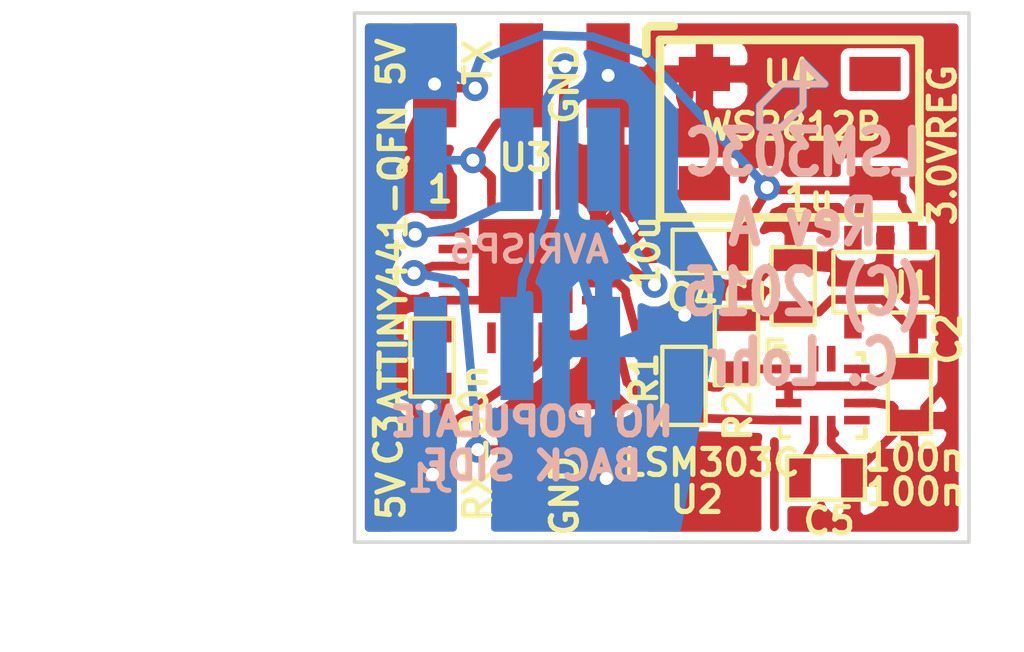
<source format=kicad_pcb>
(kicad_pcb (version 3) (host pcbnew "(2013-jul-07)-stable")

  (general
    (links 44)
    (no_connects 0)
    (area 38.500002 45.369223 68.880777 66.45)
    (thickness 1.6)
    (drawings 34)
    (tracks 357)
    (zones 0)
    (modules 18)
    (nets 13)
  )

  (page User 139.7 139.7)
  (title_block 
    (title LSM303C)
    (rev A)
  )

  (layers
    (15 F.Cu signal)
    (0 B.Cu signal)
    (16 B.Adhes user)
    (17 F.Adhes user)
    (18 B.Paste user)
    (19 F.Paste user)
    (20 B.SilkS user)
    (21 F.SilkS user)
    (22 B.Mask user)
    (23 F.Mask user)
    (24 Dwgs.User user)
    (25 Cmts.User user)
    (26 Eco1.User user)
    (27 Eco2.User user)
    (28 Edge.Cuts user)
  )

  (setup
    (last_trace_width 0.254)
    (trace_clearance 0.2413)
    (zone_clearance 0.254)
    (zone_45_only no)
    (trace_min 0.254)
    (segment_width 0.2)
    (edge_width 0.1)
    (via_size 0.762)
    (via_drill 0.381)
    (via_min_size 0.762)
    (via_min_drill 0.381)
    (uvia_size 0.508)
    (uvia_drill 0.127)
    (uvias_allowed no)
    (uvia_min_size 0.508)
    (uvia_min_drill 0.127)
    (pcb_text_width 0.2)
    (pcb_text_size 0.8 0.8)
    (mod_edge_width 0.15)
    (mod_text_size 0.762 0.762)
    (mod_text_width 0.1524)
    (pad_size 1.27 3.048)
    (pad_drill 0)
    (pad_to_mask_clearance 0.0508)
    (pad_to_paste_clearance -0.002)
    (aux_axis_origin 0 0)
    (visible_elements FFFFFFBF)
    (pcbplotparams
      (layerselection 301498369)
      (usegerberextensions true)
      (excludeedgelayer true)
      (linewidth 0.150000)
      (plotframeref false)
      (viasonmask false)
      (mode 1)
      (useauxorigin false)
      (hpglpennumber 1)
      (hpglpenspeed 20)
      (hpglpendiameter 15)
      (hpglpenoverlay 2)
      (psnegative false)
      (psa4output false)
      (plotreference true)
      (plotvalue true)
      (plotothertext true)
      (plotinvisibletext false)
      (padsonsilk false)
      (subtractmaskfromsilk false)
      (outputformat 1)
      (mirror false)
      (drillshape 0)
      (scaleselection 1)
      (outputdirectory lsm303c-revA))
  )

  (net 0 "")
  (net 1 +5V)
  (net 2 2.5V)
  (net 3 GND)
  (net 4 MISO)
  (net 5 MOSI)
  (net 6 N-0000018)
  (net 7 N-0000020)
  (net 8 RESET)
  (net 9 RX)
  (net 10 SCK)
  (net 11 SCL)
  (net 12 SDA)

  (net_class Default "This is the default net class."
    (clearance 0.2413)
    (trace_width 0.254)
    (via_dia 0.762)
    (via_drill 0.381)
    (uvia_dia 0.508)
    (uvia_drill 0.127)
    (add_net "")
    (add_net +5V)
    (add_net 2.5V)
    (add_net GND)
    (add_net MISO)
    (add_net MOSI)
    (add_net N-0000018)
    (add_net N-0000020)
    (add_net RESET)
    (add_net RX)
    (add_net SCK)
    (add_net SCL)
    (add_net SDA)
  )

  (module VFLGA-12 (layer F.Cu) (tedit 56267AC4) (tstamp 56071DAD)
    (at 62.9654 56.9269)
    (path /5607157A)
    (fp_text reference U2 (at -3.68688 3.0806) (layer F.SilkS)
      (effects (font (size 0.762 0.762) (thickness 0.1524)))
    )
    (fp_text value LSM303C (at -3.26016 1.99602) (layer F.SilkS)
      (effects (font (size 0.762 0.762) (thickness 0.1524)))
    )
    (fp_line (start -1.6 -1.2) (end -1.6 -1.55) (layer F.SilkS) (width 0.15))
    (fp_line (start -1.6 -1.55) (end -1.6 -1.6) (layer F.SilkS) (width 0.15))
    (fp_line (start -1.6 -1.6) (end -1.2 -1.6) (layer F.SilkS) (width 0.15))
    (fp_line (start -1.4 -1.1) (end -1.4 -1.35) (layer F.SilkS) (width 0.15))
    (fp_line (start -1.4 -1.35) (end -1.4 -1.4) (layer F.SilkS) (width 0.15))
    (fp_line (start -1.4 -1.4) (end -1.1 -1.4) (layer F.SilkS) (width 0.15))
    (fp_line (start 1.2 1.25) (end 1.25 1.25) (layer F.SilkS) (width 0.15))
    (fp_line (start 1.25 1.25) (end 1.25 1) (layer F.SilkS) (width 0.15))
    (fp_line (start 1.2 1.25) (end 1 1.25) (layer F.SilkS) (width 0.15))
    (fp_line (start -1 1.25) (end -1.25 1.25) (layer F.SilkS) (width 0.15))
    (fp_line (start -1.25 1.25) (end -1.25 1) (layer F.SilkS) (width 0.15))
    (fp_line (start 1 -1.2) (end 1.2 -1.2) (layer F.SilkS) (width 0.15))
    (fp_line (start 1.2 -1.2) (end 1.2 -1) (layer F.SilkS) (width 0.15))
    (fp_line (start -1.2 -1) (end -1.2 -1.2) (layer F.SilkS) (width 0.15))
    (fp_line (start -1.2 -1.2) (end -1 -1.2) (layer F.SilkS) (width 0.15))
    (pad 1 smd rect (at -1 -0.75) (size 0.75 0.25)
      (layers F.Cu F.Paste F.Mask)
      (net 11 SCL)
    )
    (pad 2 smd rect (at -1 -0.25) (size 0.75 0.25)
      (layers F.Cu F.Paste F.Mask)
      (net 2 2.5V)
    )
    (pad 3 smd rect (at -1 0.25) (size 0.75 0.25)
      (layers F.Cu F.Paste F.Mask)
      (net 2 2.5V)
    )
    (pad 4 smd rect (at -1 0.75) (size 0.75 0.25)
      (layers F.Cu F.Paste F.Mask)
      (net 12 SDA)
    )
    (pad 5 smd rect (at -0.25 1) (size 0.25 0.75)
      (layers F.Cu F.Paste F.Mask)
      (net 7 N-0000020)
    )
    (pad 6 smd rect (at 0.25 1) (size 0.25 0.75)
      (layers F.Cu F.Paste F.Mask)
      (net 3 GND)
    )
    (pad 7 smd rect (at 1 0.75) (size 0.75 0.25)
      (layers F.Cu F.Paste F.Mask)
    )
    (pad 8 smd rect (at 1 0.25) (size 0.75 0.25)
      (layers F.Cu F.Paste F.Mask)
      (net 3 GND)
    )
    (pad 9 smd rect (at 1 -0.25) (size 0.75 0.25)
      (layers F.Cu F.Paste F.Mask)
      (net 2 2.5V)
    )
    (pad 10 smd rect (at 1 -0.75) (size 0.75 0.25)
      (layers F.Cu F.Paste F.Mask)
      (net 2 2.5V)
    )
    (pad 11 smd rect (at 0.25 -1.05 90) (size 0.75 0.25)
      (layers F.Cu F.Paste F.Mask)
    )
    (pad 12 smd rect (at -0.25 -1.05 90) (size 0.75 0.25)
      (layers F.Cu F.Paste F.Mask)
    )
  )

  (module SOT23-5 (layer F.Cu) (tedit 56267AD9) (tstamp 56071DBA)
    (at 64.8023 53.6346 180)
    (path /5607195A)
    (attr smd)
    (fp_text reference U1 (at -0.60776 -0.1136 180) (layer F.SilkS)
      (effects (font (size 0.762 0.762) (thickness 0.1524)))
    )
    (fp_text value 3.0VREG (at -1.67458 4.0157 270) (layer F.SilkS)
      (effects (font (size 0.762 0.762) (thickness 0.1524)))
    )
    (fp_line (start 1.524 -0.889) (end 1.524 0.889) (layer F.SilkS) (width 0.127))
    (fp_line (start 1.524 0.889) (end -1.524 0.889) (layer F.SilkS) (width 0.127))
    (fp_line (start -1.524 0.889) (end -1.524 -0.889) (layer F.SilkS) (width 0.127))
    (fp_line (start -1.524 -0.889) (end 1.524 -0.889) (layer F.SilkS) (width 0.127))
    (pad 1 smd rect (at -0.9525 1.27 180) (size 0.508 0.762)
      (layers F.Cu F.Paste F.Mask)
      (net 1 +5V)
    )
    (pad 3 smd rect (at 0.9525 1.27 180) (size 0.508 0.762)
      (layers F.Cu F.Paste F.Mask)
      (net 1 +5V)
    )
    (pad 5 smd rect (at -0.9525 -1.27 180) (size 0.508 0.762)
      (layers F.Cu F.Paste F.Mask)
      (net 2 2.5V)
    )
    (pad 2 smd rect (at 0 1.27 180) (size 0.508 0.762)
      (layers F.Cu F.Paste F.Mask)
      (net 3 GND)
    )
    (pad 4 smd rect (at 0.9525 -1.27 180) (size 0.508 0.762)
      (layers F.Cu F.Paste F.Mask)
    )
    (model smd/SOT23_5.wrl
      (at (xyz 0 0 0))
      (scale (xyz 0.1 0.1 0.1))
      (rotate (xyz 0 0 0))
    )
  )

  (module SM0603 (layer F.Cu) (tedit 56267AD6) (tstamp 56071DC4)
    (at 65.5054 56.9269 270)
    (path /56071F05)
    (attr smd)
    (fp_text reference C2 (at -1.62856 -1.12134 270) (layer F.SilkS)
      (effects (font (size 0.762 0.762) (thickness 0.1524)))
    )
    (fp_text value 100n (at 1.84616 -0.16122 360) (layer F.SilkS)
      (effects (font (size 0.762 0.762) (thickness 0.1524)))
    )
    (fp_line (start -1.143 -0.635) (end 1.143 -0.635) (layer F.SilkS) (width 0.127))
    (fp_line (start 1.143 -0.635) (end 1.143 0.635) (layer F.SilkS) (width 0.127))
    (fp_line (start 1.143 0.635) (end -1.143 0.635) (layer F.SilkS) (width 0.127))
    (fp_line (start -1.143 0.635) (end -1.143 -0.635) (layer F.SilkS) (width 0.127))
    (pad 1 smd rect (at -0.762 0 270) (size 0.635 1.143)
      (layers F.Cu F.Paste F.Mask)
      (net 2 2.5V)
    )
    (pad 2 smd rect (at 0.762 0 270) (size 0.635 1.143)
      (layers F.Cu F.Paste F.Mask)
      (net 3 GND)
    )
    (model smd\resistors\R0603.wrl
      (at (xyz 0 0 0.001))
      (scale (xyz 0.5 0.5 0.5))
      (rotate (xyz 0 0 0))
    )
  )

  (module SM0603 (layer F.Cu) (tedit 560C1385) (tstamp 56143B62)
    (at 51.5188 55.8437 90)
    (path /56071F14)
    (attr smd)
    (fp_text reference C3 (at -2.4063 -1.2688 90) (layer F.SilkS)
      (effects (font (size 0.762 0.762) (thickness 0.1524)))
    )
    (fp_text value 100n (at -1.6563 1.2312 90) (layer F.SilkS)
      (effects (font (size 0.762 0.762) (thickness 0.1524)))
    )
    (fp_line (start -1.143 -0.635) (end 1.143 -0.635) (layer F.SilkS) (width 0.127))
    (fp_line (start 1.143 -0.635) (end 1.143 0.635) (layer F.SilkS) (width 0.127))
    (fp_line (start 1.143 0.635) (end -1.143 0.635) (layer F.SilkS) (width 0.127))
    (fp_line (start -1.143 0.635) (end -1.143 -0.635) (layer F.SilkS) (width 0.127))
    (pad 1 smd rect (at -0.762 0 90) (size 0.635 1.143)
      (layers F.Cu F.Paste F.Mask)
      (net 1 +5V)
    )
    (pad 2 smd rect (at 0.762 0 90) (size 0.635 1.143)
      (layers F.Cu F.Paste F.Mask)
      (net 3 GND)
    )
    (model smd\resistors\R0603.wrl
      (at (xyz 0 0 0.001))
      (scale (xyz 0.5 0.5 0.5))
      (rotate (xyz 0 0 0))
    )
  )

  (module SM0603 (layer F.Cu) (tedit 56267AB2) (tstamp 56071DD8)
    (at 59.7107 52.7339 180)
    (path /56071F23)
    (attr smd)
    (fp_text reference C4 (at 0.57442 -1.35286 180) (layer F.SilkS)
      (effects (font (size 0.762 0.762) (thickness 0.1524)))
    )
    (fp_text value 10u (at 1.92062 -0.03968 270) (layer F.SilkS)
      (effects (font (size 0.762 0.762) (thickness 0.1524)))
    )
    (fp_line (start -1.143 -0.635) (end 1.143 -0.635) (layer F.SilkS) (width 0.127))
    (fp_line (start 1.143 -0.635) (end 1.143 0.635) (layer F.SilkS) (width 0.127))
    (fp_line (start 1.143 0.635) (end -1.143 0.635) (layer F.SilkS) (width 0.127))
    (fp_line (start -1.143 0.635) (end -1.143 -0.635) (layer F.SilkS) (width 0.127))
    (pad 1 smd rect (at -0.762 0 180) (size 0.635 1.143)
      (layers F.Cu F.Paste F.Mask)
      (net 1 +5V)
    )
    (pad 2 smd rect (at 0.762 0 180) (size 0.635 1.143)
      (layers F.Cu F.Paste F.Mask)
      (net 3 GND)
    )
    (model smd\resistors\R0603.wrl
      (at (xyz 0 0 0.001))
      (scale (xyz 0.5 0.5 0.5))
      (rotate (xyz 0 0 0))
    )
  )

  (module SM0603 (layer F.Cu) (tedit 56267AB7) (tstamp 56071DE2)
    (at 58.9014 56.6729 90)
    (path /56072160)
    (attr smd)
    (fp_text reference R1 (at 0.2214 -1.16974 90) (layer F.SilkS)
      (effects (font (size 0.762 0.762) (thickness 0.1524)))
    )
    (fp_text value 4.7k (at 0 0 90) (layer F.SilkS) hide
      (effects (font (size 0.762 0.762) (thickness 0.1524)))
    )
    (fp_line (start -1.143 -0.635) (end 1.143 -0.635) (layer F.SilkS) (width 0.127))
    (fp_line (start 1.143 -0.635) (end 1.143 0.635) (layer F.SilkS) (width 0.127))
    (fp_line (start 1.143 0.635) (end -1.143 0.635) (layer F.SilkS) (width 0.127))
    (fp_line (start -1.143 0.635) (end -1.143 -0.635) (layer F.SilkS) (width 0.127))
    (pad 1 smd rect (at -0.762 0 90) (size 0.635 1.143)
      (layers F.Cu F.Paste F.Mask)
      (net 12 SDA)
    )
    (pad 2 smd rect (at 0.762 0 90) (size 0.635 1.143)
      (layers F.Cu F.Paste F.Mask)
      (net 2 2.5V)
    )
    (model smd\resistors\R0603.wrl
      (at (xyz 0 0 0.001))
      (scale (xyz 0.5 0.5 0.5))
      (rotate (xyz 0 0 0))
    )
  )

  (module SM0603 (layer F.Cu) (tedit 56072F1C) (tstamp 56071DEC)
    (at 60.4363 55.5085 90)
    (path /5607216F)
    (attr smd)
    (fp_text reference R2 (at -2.02684 0.0487 90) (layer F.SilkS)
      (effects (font (size 0.762 0.762) (thickness 0.1524)))
    )
    (fp_text value 4.7k (at 0 0 90) (layer F.SilkS) hide
      (effects (font (size 0.762 0.762) (thickness 0.1524)))
    )
    (fp_line (start -1.143 -0.635) (end 1.143 -0.635) (layer F.SilkS) (width 0.127))
    (fp_line (start 1.143 -0.635) (end 1.143 0.635) (layer F.SilkS) (width 0.127))
    (fp_line (start 1.143 0.635) (end -1.143 0.635) (layer F.SilkS) (width 0.127))
    (fp_line (start -1.143 0.635) (end -1.143 -0.635) (layer F.SilkS) (width 0.127))
    (pad 1 smd rect (at -0.762 0 90) (size 0.635 1.143)
      (layers F.Cu F.Paste F.Mask)
      (net 11 SCL)
    )
    (pad 2 smd rect (at 0.762 0 90) (size 0.635 1.143)
      (layers F.Cu F.Paste F.Mask)
      (net 2 2.5V)
    )
    (model smd\resistors\R0603.wrl
      (at (xyz 0 0 0.001))
      (scale (xyz 0.5 0.5 0.5))
      (rotate (xyz 0 0 0))
    )
  )

  (module SM0603 (layer F.Cu) (tedit 56267ACF) (tstamp 56071DF6)
    (at 63.0612 59.3711)
    (path /560723B6)
    (attr smd)
    (fp_text reference C5 (at 0.09336 1.2587) (layer F.SilkS)
      (effects (font (size 0.762 0.762) (thickness 0.1524)))
    )
    (fp_text value 100n (at 2.61558 0.4078) (layer F.SilkS)
      (effects (font (size 0.762 0.762) (thickness 0.1524)))
    )
    (fp_line (start -1.143 -0.635) (end 1.143 -0.635) (layer F.SilkS) (width 0.127))
    (fp_line (start 1.143 -0.635) (end 1.143 0.635) (layer F.SilkS) (width 0.127))
    (fp_line (start 1.143 0.635) (end -1.143 0.635) (layer F.SilkS) (width 0.127))
    (fp_line (start -1.143 0.635) (end -1.143 -0.635) (layer F.SilkS) (width 0.127))
    (pad 1 smd rect (at -0.762 0) (size 0.635 1.143)
      (layers F.Cu F.Paste F.Mask)
      (net 7 N-0000020)
    )
    (pad 2 smd rect (at 0.762 0) (size 0.635 1.143)
      (layers F.Cu F.Paste F.Mask)
      (net 3 GND)
    )
    (model smd\resistors\R0603.wrl
      (at (xyz 0 0 0.001))
      (scale (xyz 0.5 0.5 0.5))
      (rotate (xyz 0 0 0))
    )
  )

  (module SM0603 (layer F.Cu) (tedit 56267AA8) (tstamp 56071E00)
    (at 62.0993 53.7498 90)
    (path /56072444)
    (attr smd)
    (fp_text reference C1 (at -0.33696 -1.30948 180) (layer F.SilkS)
      (effects (font (size 0.762 0.762) (thickness 0.1524)))
    )
    (fp_text value 1u (at 2.567 0.4685 180) (layer F.SilkS)
      (effects (font (size 0.762 0.762) (thickness 0.1524)))
    )
    (fp_line (start -1.143 -0.635) (end 1.143 -0.635) (layer F.SilkS) (width 0.127))
    (fp_line (start 1.143 -0.635) (end 1.143 0.635) (layer F.SilkS) (width 0.127))
    (fp_line (start 1.143 0.635) (end -1.143 0.635) (layer F.SilkS) (width 0.127))
    (fp_line (start -1.143 0.635) (end -1.143 -0.635) (layer F.SilkS) (width 0.127))
    (pad 1 smd rect (at -0.762 0 90) (size 0.635 1.143)
      (layers F.Cu F.Paste F.Mask)
      (net 2 2.5V)
    )
    (pad 2 smd rect (at 0.762 0 90) (size 0.635 1.143)
      (layers F.Cu F.Paste F.Mask)
      (net 3 GND)
    )
    (model smd\resistors\R0603.wrl
      (at (xyz 0 0 0.001))
      (scale (xyz 0.5 0.5 0.5))
      (rotate (xyz 0 0 0))
    )
  )

  (module QFN20 (layer F.Cu) (tedit 56072D85) (tstamp 56071E31)
    (at 54.262 53.164)
    (path /560718CF)
    (fp_text reference U3 (at 0 -3.175) (layer F.SilkS)
      (effects (font (size 0.762 0.762) (thickness 0.1524)))
    )
    (fp_text value ATTINY441-QFN (at -3.87604 -0.2159 90) (layer F.SilkS)
      (effects (font (size 0.762 0.762) (thickness 0.1524)))
    )
    (pad 21 smd rect (at 0 0) (size 2.75 2.75)
      (layers F.Cu F.Paste F.Mask)
      (net 3 GND)
    )
    (pad 1 smd rect (at -2.1 -1) (size 0.9 0.25)
      (layers F.Cu F.Paste F.Mask)
      (net 10 SCK)
    )
    (pad 2 smd rect (at -2.1 -0.5) (size 0.9 0.25)
      (layers F.Cu F.Paste F.Mask)
      (net 3 GND)
    )
    (pad 3 smd rect (at -2.1 0) (size 0.9 0.25)
      (layers F.Cu F.Paste F.Mask)
      (net 9 RX)
    )
    (pad 4 smd rect (at -2.1 0.5) (size 0.9 0.25)
      (layers F.Cu F.Paste F.Mask)
    )
    (pad 5 smd rect (at -2.1 1) (size 0.9 0.25)
      (layers F.Cu F.Paste F.Mask)
      (net 3 GND)
    )
    (pad 6 smd rect (at -1 2.1 90) (size 0.9 0.25)
      (layers F.Cu F.Paste F.Mask)
    )
    (pad 7 smd rect (at -0.5 2.1 90) (size 0.9 0.25)
      (layers F.Cu F.Paste F.Mask)
    )
    (pad 8 smd rect (at 0 2.1 90) (size 0.9 0.25)
      (layers F.Cu F.Paste F.Mask)
    )
    (pad 9 smd rect (at 0.5 2.1 90) (size 0.9 0.25)
      (layers F.Cu F.Paste F.Mask)
      (net 1 +5V)
    )
    (pad 10 smd rect (at 1 2.1 90) (size 0.9 0.25)
      (layers F.Cu F.Paste F.Mask)
      (net 3 GND)
    )
    (pad 11 smd rect (at 2.1 1 180) (size 0.9 0.25)
      (layers F.Cu F.Paste F.Mask)
      (net 12 SDA)
    )
    (pad 12 smd rect (at 2.1 0.5 180) (size 0.9 0.25)
      (layers F.Cu F.Paste F.Mask)
      (net 11 SCL)
    )
    (pad 13 smd rect (at 2.1 0 180) (size 0.9 0.25)
      (layers F.Cu F.Paste F.Mask)
      (net 8 RESET)
    )
    (pad 14 smd rect (at 2.1 -0.5 180) (size 0.9 0.25)
      (layers F.Cu F.Paste F.Mask)
      (net 6 N-0000018)
    )
    (pad 15 smd rect (at 2.1 -1 180) (size 0.9 0.25)
      (layers F.Cu F.Paste F.Mask)
      (net 3 GND)
    )
    (pad 16 smd rect (at 1 -2.1 270) (size 0.9 0.25)
      (layers F.Cu F.Paste F.Mask)
      (net 5 MOSI)
    )
    (pad 17 smd rect (at 0.5 -2.1 270) (size 0.9 0.25)
      (layers F.Cu F.Paste F.Mask)
    )
    (pad 18 smd rect (at 0 -2.1 270) (size 0.9 0.25)
      (layers F.Cu F.Paste F.Mask)
    )
    (pad 19 smd rect (at -0.5 -2.1 270) (size 0.9 0.25)
      (layers F.Cu F.Paste F.Mask)
    )
    (pad 20 smd rect (at -1 -2.1 270) (size 0.9 0.25)
      (layers F.Cu F.Paste F.Mask)
      (net 4 MISO)
    )
  )

  (module RIBBON6SMT (layer B.Cu) (tedit 56072D7D) (tstamp 56071E3B)
    (at 51.468 55.577)
    (path /56071D43)
    (fp_text reference J1 (at 0 3.81) (layer B.SilkS)
      (effects (font (size 0.762 0.762) (thickness 0.1524)) (justify mirror))
    )
    (fp_text value AVRISP6 (at 2.8956 -2.90068) (layer B.SilkS)
      (effects (font (size 0.762 0.762) (thickness 0.1524)) (justify mirror))
    )
    (pad 2 smd rect (at 0 0) (size 0.9652 3.0226)
      (layers B.Cu B.Paste B.Mask)
      (net 1 +5V)
    )
    (pad 4 smd rect (at 2.54 0) (size 0.9652 3.0226)
      (layers B.Cu B.Paste B.Mask)
      (net 5 MOSI)
    )
    (pad 6 smd rect (at 5.08 0) (size 0.9652 3.0226)
      (layers B.Cu B.Paste B.Mask)
      (net 3 GND)
    )
    (pad 1 smd rect (at 0 -5.5372) (size 0.9652 3.0226)
      (layers B.Cu B.Paste B.Mask)
      (net 4 MISO)
    )
    (pad 3 smd rect (at 2.54 -5.5372) (size 0.9652 3.0226)
      (layers B.Cu B.Paste B.Mask)
      (net 10 SCK)
    )
    (pad 5 smd rect (at 5.08 -5.5372) (size 0.9652 3.0226)
      (layers B.Cu B.Paste B.Mask)
      (net 8 RESET)
    )
  )

  (module LONGPIN (layer F.Cu) (tedit 56267B01) (tstamp 5608206A)
    (at 51.5424 58.8239 90)
    (path /5607240D)
    (fp_text reference P4 (at 0 0 90) (layer F.SilkS) hide
      (effects (font (size 0.762 0.762) (thickness 0.1524)))
    )
    (fp_text value 5V (at -1.0711 -1.2174 90) (layer F.SilkS)
      (effects (font (size 0.762 0.762) (thickness 0.1524)))
    )
    (pad 1 smd rect (at -0.5631 0 180) (size 1.27 3.048)
      (layers F.Cu F.Mask)
      (net 1 +5V)
    )
  )

  (module LONGPIN (layer F.Cu) (tedit 56267AF9) (tstamp 5608206F)
    (at 54.1386 47.83 90)
    (path /5607243A)
    (fp_text reference P5 (at 0 0 90) (layer F.SilkS) hide
      (effects (font (size 0.762 0.762) (thickness 0.1524)))
    )
    (fp_text value TX (at 0.635 -1.2736 90) (layer F.SilkS)
      (effects (font (size 0.762 0.762) (thickness 0.1524)))
    )
    (pad 1 smd rect (at 0.254 0 180) (size 1.27 3.048)
      (layers F.Cu F.Mask)
      (net 4 MISO)
    )
  )

  (module LONGPIN (layer F.Cu) (tedit 56267B06) (tstamp 56082074)
    (at 56.6224 58.8239 90)
    (path /56072440)
    (fp_text reference P6 (at 0 0 90) (layer F.SilkS) hide
      (effects (font (size 0.762 0.762) (thickness 0.1524)))
    )
    (fp_text value GND (at -1.0711 -1.2174 90) (layer F.SilkS)
      (effects (font (size 0.762 0.762) (thickness 0.1524)))
    )
    (pad 1 smd rect (at -0.5631 0 180) (size 1.27 3.048)
      (layers F.Cu F.Mask)
      (net 3 GND)
    )
  )

  (module LONGPIN (layer F.Cu) (tedit 56267AF7) (tstamp 56082696)
    (at 51.5986 47.83 90)
    (path /5607245E)
    (fp_text reference P1 (at 0 0 90) (layer F.SilkS) hide
      (effects (font (size 0.762 0.762) (thickness 0.1524)))
    )
    (fp_text value 5V (at 0.635 -1.2736 90) (layer F.SilkS)
      (effects (font (size 0.762 0.762) (thickness 0.1524)))
    )
    (pad 1 smd rect (at 0.254 0 180) (size 1.27 3.048)
      (layers F.Cu F.Mask)
      (net 1 +5V)
    )
  )

  (module LONGPIN (layer F.Cu) (tedit 56267B03) (tstamp 5608207E)
    (at 54.0824 58.8239 90)
    (path /56072464)
    (fp_text reference P2 (at 0 0 90) (layer F.SilkS) hide
      (effects (font (size 0.762 0.762) (thickness 0.1524)))
    )
    (fp_text value RX (at -1.0711 -1.2174 90) (layer F.SilkS)
      (effects (font (size 0.762 0.762) (thickness 0.1524)))
    )
    (pad 1 smd rect (at -0.5631 0 180) (size 1.27 3.048)
      (layers F.Cu F.Mask)
      (net 9 RX)
    )
  )

  (module LONGPIN (layer F.Cu) (tedit 56267AFD) (tstamp 56082083)
    (at 56.6786 47.83 90)
    (path /5607246A)
    (fp_text reference P3 (at 0 0 90) (layer F.SilkS) hide
      (effects (font (size 0.762 0.762) (thickness 0.1524)))
    )
    (fp_text value GND (at 0 -1.2736 90) (layer F.SilkS)
      (effects (font (size 0.762 0.762) (thickness 0.1524)))
    )
    (pad 1 smd rect (at 0.254 0 180) (size 1.27 3.048)
      (layers F.Cu F.Mask)
      (net 3 GND)
    )
  )

  (module WS2812B (layer F.Cu) (tedit 56072F07) (tstamp 5608232B)
    (at 61.99886 49.03724 180)
    (path /56072AA5)
    (fp_text reference U4 (at 0.00508 1.4859 180) (layer F.SilkS)
      (effects (font (size 0.762 0.762) (thickness 0.1524)))
    )
    (fp_text value WS2812B (at -0.07112 -0.0381 180) (layer F.SilkS)
      (effects (font (size 0.762 0.762) (thickness 0.1524)))
    )
    (fp_line (start 4.09956 2.90068) (end 4.20116 2.79908) (layer F.SilkS) (width 0.254))
    (fp_line (start 4.20116 2.79908) (end 4.20116 2.10058) (layer F.SilkS) (width 0.254))
    (fp_line (start 3.40106 2.90068) (end 4.09956 2.90068) (layer F.SilkS) (width 0.254))
    (fp_line (start 3.79984 -2.70002) (end 3.79984 2.49936) (layer F.SilkS) (width 0.254))
    (fp_line (start 3.79984 2.49936) (end -3.79984 2.49936) (layer F.SilkS) (width 0.254))
    (fp_line (start -3.79984 2.49936) (end -3.79984 -2.70002) (layer F.SilkS) (width 0.254))
    (fp_line (start -3.79984 -2.70002) (end 3.79984 -2.70002) (layer F.SilkS) (width 0.254))
    (pad 1 smd rect (at -2.49936 -1.69926 180) (size 1.50114 1.00076)
      (layers F.Cu F.Paste F.Mask)
      (net 1 +5V)
    )
    (pad 2 smd rect (at -2.49936 1.50114 180) (size 1.50114 1.00076)
      (layers F.Cu F.Paste F.Mask)
    )
    (pad 3 smd rect (at 2.49936 1.50114 180) (size 1.50114 1.00076)
      (layers F.Cu F.Paste F.Mask)
      (net 3 GND)
    )
    (pad 4 smd rect (at 2.49936 -1.69926 180) (size 1.50114 1.00076)
      (layers F.Cu F.Paste F.Mask)
      (net 6 N-0000018)
    )
  )

  (gr_line (start 64.8 47.1) (end 59.5 47.1) (angle 90) (layer Dwgs.User) (width 0.2))
  (gr_line (start 64.8 47.2) (end 64.8 47.1) (angle 90) (layer Dwgs.User) (width 0.2))
  (gr_line (start 64.8 51.1) (end 64.8 47.2) (angle 90) (layer Dwgs.User) (width 0.2))
  (gr_line (start 59.5 51.1) (end 64.8 51.1) (angle 90) (layer Dwgs.User) (width 0.2))
  (gr_line (start 59.5 47.1) (end 59.5 51.1) (angle 90) (layer Dwgs.User) (width 0.2))
  (gr_text "NO POPULATE\nBACK SIDE" (at 54.4449 58.3692) (layer B.SilkS)
    (effects (font (size 0.8 0.8) (thickness 0.2)) (justify mirror))
  )
  (gr_text U3 (at 54.33568 53.37556) (layer Dwgs.User)
    (effects (font (size 0.8 0.8) (thickness 0.2)))
  )
  (gr_text U4 (at 61.9252 48.895) (layer Dwgs.User)
    (effects (font (size 0.8 0.8) (thickness 0.2)))
  )
  (gr_text C4 (at 59.7408 52.7812) (layer Dwgs.User)
    (effects (font (size 0.8 0.8) (thickness 0.2)))
  )
  (gr_text R1 (at 58.9534 56.6928 90) (layer Dwgs.User)
    (effects (font (size 0.8 0.8) (thickness 0.2)))
  )
  (gr_text R2 (at 60.5028 55.5752 90) (layer Dwgs.User)
    (effects (font (size 0.8 0.8) (thickness 0.2)))
  )
  (gr_text C5 (at 63.0428 59.4614) (layer Dwgs.User)
    (effects (font (size 0.8 0.8) (thickness 0.2)))
  )
  (gr_text C2 (at 65.5828 56.9722 90) (layer Dwgs.User)
    (effects (font (size 0.8 0.8) (thickness 0.2)))
  )
  (gr_text U2 (at 62.9158 56.9722) (layer Dwgs.User)
    (effects (font (size 0.8 0.8) (thickness 0.2)))
  )
  (gr_text C1 (at 62.1284 53.7464 90) (layer Dwgs.User)
    (effects (font (size 0.8 0.8) (thickness 0.2)))
  )
  (gr_text U1 (at 64.8208 53.6448) (layer Dwgs.User)
    (effects (font (size 0.8 0.8) (thickness 0.2)))
  )
  (gr_circle (center 48.75 53) (end 49.75 53) (layer Dwgs.User) (width 0.2))
  (gr_circle (center 67.75 60) (end 68.75 60) (layer Dwgs.User) (width 0.2))
  (gr_circle (center 67.75 46.5) (end 68.75 46.75) (layer Dwgs.User) (width 0.2))
  (dimension 18 (width 0.3) (layer Dwgs.User)
    (gr_text "18.000 mm" (at 58.25 65.099999) (layer Dwgs.User)
      (effects (font (size 1.5 1.5) (thickness 0.3)))
    )
    (feature1 (pts (xy 67.25 61.25) (xy 67.25 66.449999)))
    (feature2 (pts (xy 49.25 61.25) (xy 49.25 66.449999)))
    (crossbar (pts (xy 49.25 63.749999) (xy 67.25 63.749999)))
    (arrow1a (pts (xy 67.25 63.749999) (xy 66.123497 64.336419)))
    (arrow1b (pts (xy 67.25 63.749999) (xy 66.123497 63.163579)))
    (arrow2a (pts (xy 49.25 63.749999) (xy 50.376503 64.336419)))
    (arrow2b (pts (xy 49.25 63.749999) (xy 50.376503 63.163579)))
  )
  (dimension 15.5 (width 0.3) (layer Dwgs.User)
    (gr_text "15.500 mm" (at 45.150001 53.5 270) (layer Dwgs.User)
      (effects (font (size 1.5 1.5) (thickness 0.3)))
    )
    (feature1 (pts (xy 49.25 61.25) (xy 43.800001 61.25)))
    (feature2 (pts (xy 49.25 45.75) (xy 43.800001 45.75)))
    (crossbar (pts (xy 46.500001 45.75) (xy 46.500001 61.25)))
    (arrow1a (pts (xy 46.500001 61.25) (xy 45.913581 60.123497)))
    (arrow1b (pts (xy 46.500001 61.25) (xy 47.086421 60.123497)))
    (arrow2a (pts (xy 46.500001 45.75) (xy 45.913581 46.876503)))
    (arrow2b (pts (xy 46.500001 45.75) (xy 47.086421 46.876503)))
  )
  (gr_line (start 61.12 49.1) (end 61.12 48.465) (angle 90) (layer B.SilkS) (width 0.2))
  (gr_line (start 61.755 49.1) (end 61.12 49.1) (angle 90) (layer B.SilkS) (width 0.2))
  (gr_line (start 62.39 48.465) (end 61.755 49.1) (angle 90) (layer B.SilkS) (width 0.2))
  (gr_line (start 62.39 47.195) (end 62.39 48.465) (angle 90) (layer B.SilkS) (width 0.2))
  (gr_line (start 63.025 47.83) (end 62.39 47.195) (angle 90) (layer B.SilkS) (width 0.2))
  (gr_line (start 61.755 47.83) (end 63.025 47.83) (angle 90) (layer B.SilkS) (width 0.2))
  (gr_line (start 61.12 48.465) (end 61.755 47.83) (angle 90) (layer B.SilkS) (width 0.2))
  (gr_text "LSM303C\nRev A\n(C) 2015\nC. Lohr" (at 62.39 52.91) (layer B.SilkS)
    (effects (font (size 1.27 1.016) (thickness 0.254)) (justify mirror))
  )
  (gr_line (start 67.25 45.75) (end 49.25 45.75) (angle 90) (layer Edge.Cuts) (width 0.1))
  (gr_line (start 67.25 61.25) (end 67.25 45.75) (angle 90) (layer Edge.Cuts) (width 0.1))
  (gr_line (start 49.25 61.25) (end 67.25 61.25) (angle 90) (layer Edge.Cuts) (width 0.1))
  (gr_line (start 49.25 45.75) (end 49.25 61.25) (angle 90) (layer Edge.Cuts) (width 0.1))
  (gr_text 1 (at 51.7601 50.9161) (layer F.SilkS)
    (effects (font (size 0.762 0.762) (thickness 0.1524)))
  )

  (segment (start 61.12 49.1) (end 61.12 48.465) (width 0.254) (layer B.Cu) (net 0) (tstamp 5608270C))
  (segment (start 61.12 48.465) (end 61.755 47.83) (width 0.254) (layer B.Cu) (net 0) (tstamp 5608270D))
  (segment (start 61.755 47.83) (end 62.39 47.83) (width 0.254) (layer B.Cu) (net 0) (tstamp 5608270E))
  (segment (start 62.39 47.83) (end 62.39 47.195) (width 0.254) (layer B.Cu) (net 0) (tstamp 5608270F))
  (segment (start 62.39 47.195) (end 63.025 47.83) (width 0.254) (layer B.Cu) (net 0) (tstamp 56082711))
  (segment (start 63.025 47.83) (end 62.39 47.83) (width 0.254) (layer B.Cu) (net 0) (tstamp 56082712))
  (segment (start 62.39 47.83) (end 62.39 48.465) (width 0.254) (layer B.Cu) (net 0) (tstamp 56082713))
  (segment (start 62.39 48.465) (end 61.755 49.1) (width 0.254) (layer B.Cu) (net 0) (tstamp 56082714))
  (segment (start 61.755 49.1) (end 61.12 49.1) (width 0.254) (layer B.Cu) (net 0) (tstamp 56082715))
  (segment (start 61.5501 58.30334) (end 61.5501 60.80334) (width 0.254) (layer F.Cu) (net 0) (tstamp 5608269D))
  (via (at 51.534393 59.263936) (size 0.762) (layers F.Cu B.Cu) (net 1))
  (segment (start 51.4052 57.2783) (end 51.530457 57.403557) (width 0.254) (layer F.Cu) (net 1) (tstamp 560735D7))
  (segment (start 51.530457 59.26) (end 51.530457 57.403557) (width 0.254) (layer F.Cu) (net 1) (tstamp 560735D6))
  (segment (start 51.530457 59.26) (end 51.534393 59.263936) (width 0.254) (layer F.Cu) (net 1) (tstamp 560735D5))
  (via (at 51.595 47.83) (size 0.762) (layers F.Cu B.Cu) (net 1))
  (segment (start 51.595 47.83) (end 50.325 47.83) (width 0.254) (layer F.Cu) (net 1) (tstamp 560735CC))
  (segment (start 52.64656 47.85643) (end 52.92088 47.11372) (width 0.254) (layer B.Cu) (net 1) (tstamp 560826E3))
  (segment (start 52.92088 47.11372) (end 54.76492 46.39744) (width 0.254) (layer B.Cu) (net 1) (tstamp 560826E4))
  (segment (start 54.76492 46.39744) (end 56.22034 46.44316) (width 0.254) (layer B.Cu) (net 1) (tstamp 560826E6))
  (segment (start 56.22034 46.44316) (end 57.75958 46.96894) (width 0.254) (layer B.Cu) (net 1) (tstamp 560826E7))
  (segment (start 57.75958 46.96894) (end 61.33336 50.86276) (width 0.254) (layer B.Cu) (net 1) (tstamp 560826E9))
  (via (at 61.33336 50.86276) (size 0.762) (layers F.Cu B.Cu) (net 1))
  (segment (start 61.33336 50.86276) (end 61.186976 51.216522) (width 0.254) (layer F.Cu) (net 1) (tstamp 560826ED))
  (segment (start 61.186976 51.216522) (end 61.186976 51.216523) (width 0.254) (layer F.Cu) (net 1) (tstamp 560826EE))
  (segment (start 61.186976 51.216523) (end 61.186976 51.216522) (width 0.254) (layer F.Cu) (net 1) (tstamp 560826EF))
  (segment (start 51.5986 47.576) (end 51.75 47.25) (width 0.254) (layer B.Cu) (net 1) (tstamp 56082681))
  (segment (start 51.5424 59.387) (end 51.534393 59.263936) (width 0.254) (layer B.Cu) (net 1) (tstamp 56082676))
  (segment (start 52.7846 47.9498) (end 52.64656 47.85643) (width 0.254) (layer B.Cu) (net 1) (tstamp 56082663))
  (segment (start 52.64656 47.85643) (end 51.75 47.25) (width 0.254) (layer B.Cu) (net 1) (tstamp 560826E1))
  (segment (start 51.75 47.25) (end 50.25 47.75) (width 0.254) (layer B.Cu) (net 1) (tstamp 56082664))
  (segment (start 50.25 47.75) (end 49.75 51.25) (width 0.254) (layer B.Cu) (net 1) (tstamp 56082667))
  (segment (start 49.75 51.25) (end 50.25 56.75) (width 0.254) (layer B.Cu) (net 1) (tstamp 56082668))
  (segment (start 50.25 56.75) (end 51.4052 57.2783) (width 0.254) (layer B.Cu) (net 1) (tstamp 5608266B))
  (segment (start 51.5424 58.8239) (end 50.77712 56.57522) (width 0.254) (layer F.Cu) (net 1) (tstamp 56082380))
  (segment (start 50.77712 56.57522) (end 49.95924 55.11726) (width 0.254) (layer F.Cu) (net 1) (tstamp 56082381))
  (segment (start 49.95924 55.11726) (end 49.94146 51.57904) (width 0.254) (layer F.Cu) (net 1) (tstamp 56082383))
  (segment (start 49.94146 51.57904) (end 50.93714 49.1254) (width 0.254) (layer F.Cu) (net 1) (tstamp 56082385))
  (segment (start 50.93714 49.1254) (end 51.5986 47.83) (width 0.254) (layer F.Cu) (net 1) (tstamp 56082387))
  (segment (start 51.5986 47.83) (end 50.15482 51.68572) (width 0.254) (layer F.Cu) (net 1) (tstamp 56082379))
  (segment (start 50.15482 51.68572) (end 50.19292 54.98772) (width 0.254) (layer F.Cu) (net 1) (tstamp 5608237A))
  (segment (start 50.19292 54.98772) (end 51.4052 57.2783) (width 0.254) (layer F.Cu) (net 1) (tstamp 5608237C))
  (via (at 51.4052 57.2783) (size 0.762) (layers F.Cu B.Cu) (net 1))
  (via (at 52.7846 47.9498) (size 0.762) (layers F.Cu B.Cu) (net 1))
  (segment (start 51.4052 57.0883) (end 51.4052 57.2783) (width 0.254) (layer B.Cu) (net 1))
  (segment (start 51.4052 56.9613) (end 51.4052 57.0883) (width 0.254) (layer B.Cu) (net 1))
  (segment (start 51.468 55.577) (end 51.4052 56.9613) (width 0.254) (layer B.Cu) (net 1))
  (segment (start 52.1066 47.9498) (end 51.5986 47.83) (width 0.254) (layer F.Cu) (net 1))
  (segment (start 52.2336 47.9498) (end 52.1066 47.9498) (width 0.254) (layer F.Cu) (net 1))
  (segment (start 52.7846 47.9498) (end 52.2336 47.9498) (width 0.254) (layer F.Cu) (net 1))
  (segment (start 52.0504 57.6809) (end 51.5424 58.8239) (width 0.254) (layer F.Cu) (net 1))
  (segment (start 52.1774 57.6809) (end 52.0504 57.6809) (width 0.254) (layer F.Cu) (net 1))
  (segment (start 52.23 57.6809) (end 52.1774 57.6809) (width 0.254) (layer F.Cu) (net 1))
  (segment (start 54.5273 56.1146) (end 52.23 57.6809) (width 0.254) (layer F.Cu) (net 1))
  (segment (start 54.762 55.8799) (end 54.5273 56.1146) (width 0.254) (layer F.Cu) (net 1))
  (segment (start 54.762 55.714) (end 54.762 55.8799) (width 0.254) (layer F.Cu) (net 1))
  (segment (start 54.762 55.587) (end 54.762 55.714) (width 0.254) (layer F.Cu) (net 1))
  (segment (start 54.762 55.264) (end 54.762 55.587) (width 0.254) (layer F.Cu) (net 1))
  (segment (start 64.0471 50.9336) (end 64.6707 50.801) (width 0.254) (layer F.Cu) (net 1))
  (segment (start 63.9201 50.9336) (end 64.0471 50.9336) (width 0.254) (layer F.Cu) (net 1))
  (segment (start 61.3529 50.9336) (end 63.9201 50.9336) (width 0.254) (layer F.Cu) (net 1))
  (segment (start 64.0471 51.1744) (end 64.6707 50.801) (width 0.254) (layer F.Cu) (net 1))
  (segment (start 64.0471 51.3014) (end 64.0471 51.1744) (width 0.254) (layer F.Cu) (net 1))
  (segment (start 64.0471 51.354) (end 64.0471 51.3014) (width 0.254) (layer F.Cu) (net 1))
  (segment (start 63.9768 51.931) (end 64.0471 51.354) (width 0.254) (layer F.Cu) (net 1))
  (segment (start 63.9768 51.9836) (end 63.9768 51.931) (width 0.254) (layer F.Cu) (net 1))
  (segment (start 63.9768 52.1106) (end 63.9768 51.9836) (width 0.254) (layer F.Cu) (net 1))
  (segment (start 63.8498 52.3646) (end 63.9768 52.1106) (width 0.254) (layer F.Cu) (net 1))
  (segment (start 51.9113 56.7962) (end 51.5188 56.6057) (width 0.254) (layer F.Cu) (net 1))
  (segment (start 51.9113 56.9232) (end 51.9113 56.7962) (width 0.254) (layer F.Cu) (net 1))
  (segment (start 51.9113 57.5539) (end 51.9113 56.9232) (width 0.254) (layer F.Cu) (net 1))
  (segment (start 51.9113 57.6809) (end 51.9113 57.5539) (width 0.254) (layer F.Cu) (net 1))
  (segment (start 51.5424 58.8239) (end 51.9113 57.6809) (width 0.254) (layer F.Cu) (net 1))
  (segment (start 65.2943 51.1744) (end 64.6707 50.801) (width 0.254) (layer F.Cu) (net 1))
  (segment (start 65.2943 51.3014) (end 65.2943 51.1744) (width 0.254) (layer F.Cu) (net 1))
  (segment (start 65.2943 51.354) (end 65.2943 51.3014) (width 0.254) (layer F.Cu) (net 1))
  (segment (start 65.6278 51.931) (end 65.2943 51.354) (width 0.254) (layer F.Cu) (net 1))
  (segment (start 65.6278 51.9836) (end 65.6278 51.931) (width 0.254) (layer F.Cu) (net 1))
  (segment (start 65.6278 52.1106) (end 65.6278 51.9836) (width 0.254) (layer F.Cu) (net 1))
  (segment (start 65.7548 52.3646) (end 65.6278 52.1106) (width 0.254) (layer F.Cu) (net 1))
  (segment (start 60.6631 52.1098) (end 61.186976 51.216522) (width 0.254) (layer F.Cu) (net 1))
  (segment (start 61.186976 51.216522) (end 61.3529 50.9336) (width 0.254) (layer F.Cu) (net 1) (tstamp 560826F0))
  (segment (start 60.6631 52.1624) (end 60.6631 52.1098) (width 0.254) (layer F.Cu) (net 1))
  (segment (start 60.6631 52.2894) (end 60.6631 52.1624) (width 0.254) (layer F.Cu) (net 1))
  (segment (start 60.4727 52.7339) (end 60.6631 52.2894) (width 0.254) (layer F.Cu) (net 1))
  (segment (start 51.4052 56.7962) (end 51.5188 56.6057) (width 0.254) (layer F.Cu) (net 1))
  (segment (start 51.4052 56.9232) (end 51.4052 56.7962) (width 0.254) (layer F.Cu) (net 1))
  (segment (start 51.4052 57.2783) (end 51.4052 56.9232) (width 0.254) (layer F.Cu) (net 1))
  (segment (start 62.0993 54.5118) (end 62.85652 54.5118) (width 0.254) (layer F.Cu) (net 2))
  (segment (start 65.47608 54.9046) (end 65.7548 54.9046) (width 0.254) (layer F.Cu) (net 2) (tstamp 5621DA99))
  (segment (start 64.71412 54.14264) (end 65.47608 54.9046) (width 0.254) (layer F.Cu) (net 2) (tstamp 5621DA98))
  (segment (start 63.22568 54.14264) (end 64.71412 54.14264) (width 0.254) (layer F.Cu) (net 2) (tstamp 5621DA97))
  (segment (start 62.85652 54.5118) (end 63.22568 54.14264) (width 0.254) (layer F.Cu) (net 2) (tstamp 5621DA96))
  (segment (start 61.9654 57.1769) (end 61.9654 56.6769) (width 0.254) (layer F.Cu) (net 2) (tstamp 560824C7))
  (segment (start 61.9654 56.6769) (end 63.9654 56.6769) (width 0.254) (layer F.Cu) (net 2) (tstamp 560824C4))
  (segment (start 61.6548 54.6291) (end 62.0993 54.5118) (width 0.254) (layer F.Cu) (net 2))
  (segment (start 60.4363 54.7465) (end 60.8808 54.6291) (width 0.254) (layer F.Cu) (net 2))
  (segment (start 60.8808 54.6291) (end 61.0078 54.6291) (width 0.254) (layer F.Cu) (net 2))
  (segment (start 61.0078 54.6291) (end 61.5278 54.6291) (width 0.254) (layer F.Cu) (net 2))
  (segment (start 61.5278 54.6291) (end 61.6548 54.6291) (width 0.254) (layer F.Cu) (net 2))
  (segment (start 63.9654 56.6789) (end 63.9654 56.6769) (width 0.254) (layer F.Cu) (net 2))
  (segment (start 63.9654 56.5519) (end 63.9654 56.6789) (width 0.254) (layer F.Cu) (net 2))
  (segment (start 63.9654 56.3019) (end 63.9654 56.5519) (width 0.254) (layer F.Cu) (net 2))
  (segment (start 63.9654 56.1749) (end 63.9654 56.3019) (width 0.254) (layer F.Cu) (net 2))
  (segment (start 63.9654 56.1769) (end 63.9654 56.1749) (width 0.254) (layer F.Cu) (net 2))
  (segment (start 64.2134 56.6769) (end 63.9654 56.6769) (width 0.254) (layer F.Cu) (net 2))
  (segment (start 64.3404 56.6769) (end 64.2134 56.6769) (width 0.254) (layer F.Cu) (net 2))
  (segment (start 64.3922 56.6769) (end 64.3404 56.6769) (width 0.254) (layer F.Cu) (net 2))
  (segment (start 64.5718 56.4973) (end 64.3922 56.6769) (width 0.254) (layer F.Cu) (net 2))
  (segment (start 64.8813 56.3553) (end 64.5718 56.4973) (width 0.254) (layer F.Cu) (net 2))
  (segment (start 64.9339 56.3553) (end 64.8813 56.3553) (width 0.254) (layer F.Cu) (net 2))
  (segment (start 65.0609 56.3553) (end 64.9339 56.3553) (width 0.254) (layer F.Cu) (net 2))
  (segment (start 65.5054 56.1649) (end 65.0609 56.3553) (width 0.254) (layer F.Cu) (net 2))
  (segment (start 59.9918 54.9369) (end 60.4363 54.7465) (width 0.254) (layer F.Cu) (net 2))
  (segment (start 59.8648 54.9369) (end 59.9918 54.9369) (width 0.254) (layer F.Cu) (net 2))
  (segment (start 59.8122 54.9369) (end 59.8648 54.9369) (width 0.254) (layer F.Cu) (net 2))
  (segment (start 59.7377 55.0114) (end 59.8122 54.9369) (width 0.254) (layer F.Cu) (net 2))
  (segment (start 59.3459 55.5408) (end 59.7377 55.0114) (width 0.254) (layer F.Cu) (net 2))
  (segment (start 59.3459 55.5934) (end 59.3459 55.5408) (width 0.254) (layer F.Cu) (net 2))
  (segment (start 59.3459 55.7204) (end 59.3459 55.5934) (width 0.254) (layer F.Cu) (net 2))
  (segment (start 58.9014 55.9109) (end 59.3459 55.7204) (width 0.254) (layer F.Cu) (net 2))
  (segment (start 65.6301 55.9744) (end 65.5054 56.1649) (width 0.254) (layer F.Cu) (net 2))
  (segment (start 65.7548 54.9046) (end 65.6301 55.1586) (width 0.254) (layer F.Cu) (net 2))
  (segment (start 65.6301 55.1586) (end 65.6301 55.2856) (width 0.254) (layer F.Cu) (net 2))
  (segment (start 65.6301 55.2856) (end 65.6301 55.8474) (width 0.254) (layer F.Cu) (net 2))
  (segment (start 65.6301 55.8474) (end 65.6301 55.9744) (width 0.254) (layer F.Cu) (net 2))
  (segment (start 63.2154 58.1749) (end 63.2154 57.9269) (width 0.254) (layer F.Cu) (net 3))
  (via (at 56.6224 59.387) (size 0.762) (layers F.Cu B.Cu) (net 3))
  (segment (start 55.3795 56.9836) (end 56.6224 59.387) (width 0.254) (layer F.Cu) (net 3) (tstamp 5608269A))
  (segment (start 56.548 59.3126) (end 56.548 55.577) (width 0.254) (layer B.Cu) (net 3) (tstamp 560735DC))
  (segment (start 56.6224 59.387) (end 56.548 59.3126) (width 0.254) (layer B.Cu) (net 3) (tstamp 560735DB))
  (via (at 56.6786 47.576) (size 0.762) (layers F.Cu B.Cu) (net 3))
  (segment (start 55.405 51.78478) (end 56.548 55.577) (width 0.254) (layer B.Cu) (net 3) (tstamp 560826D8))
  (segment (start 55.405 48.80282) (end 55.405 51.78478) (width 0.254) (layer B.Cu) (net 3) (tstamp 560826D7))
  (segment (start 55.405 48.79012) (end 55.405 48.80282) (width 0.254) (layer B.Cu) (net 3) (tstamp 560826D6))
  (segment (start 55.70218 48.20846) (end 55.405 48.79012) (width 0.254) (layer B.Cu) (net 3) (tstamp 560826D5))
  (segment (start 56.6786 47.576) (end 55.70218 48.20846) (width 0.254) (layer B.Cu) (net 3) (tstamp 560826D4))
  (segment (start 59.2136 53.4325) (end 58.92036 54.60164) (width 0.254) (layer F.Cu) (net 3) (tstamp 5608236E))
  (segment (start 58.92036 54.60164) (end 56.548 55.577) (width 0.254) (layer B.Cu) (net 3) (tstamp 56082373))
  (via (at 58.92036 54.60164) (size 0.762) (layers F.Cu B.Cu) (net 3))
  (segment (start 56.74104 51.73306) (end 57.0322 51.315) (width 0.254) (layer F.Cu) (net 3) (tstamp 5608236A))
  (segment (start 62.5438 53.1782) (end 62.0993 52.9878) (width 0.254) (layer F.Cu) (net 3))
  (segment (start 62.6708 53.1782) (end 62.5438 53.1782) (width 0.254) (layer F.Cu) (net 3))
  (segment (start 62.7234 53.1782) (end 62.6708 53.1782) (width 0.254) (layer F.Cu) (net 3))
  (segment (start 63.3932 53.2347) (end 62.7234 53.1782) (width 0.254) (layer F.Cu) (net 3))
  (segment (start 63.9012 53.2347) (end 63.3932 53.2347) (width 0.254) (layer F.Cu) (net 3))
  (segment (start 64.3064 53.2347) (end 63.9012 53.2347) (width 0.254) (layer F.Cu) (net 3))
  (segment (start 64.6172 53.114) (end 64.3064 53.2347) (width 0.254) (layer F.Cu) (net 3))
  (segment (start 56.5455 51.9286) (end 56.74104 51.73306) (width 0.254) (layer F.Cu) (net 3))
  (segment (start 56.74104 51.73306) (end 56.7016 51.7725) (width 0.254) (layer F.Cu) (net 3) (tstamp 56082368))
  (segment (start 56.5455 52.039) (end 56.5455 51.9286) (width 0.254) (layer F.Cu) (net 3))
  (segment (start 56.5455 52.166) (end 56.5455 52.039) (width 0.254) (layer F.Cu) (net 3))
  (segment (start 56.362 52.164) (end 56.5455 52.166) (width 0.254) (layer F.Cu) (net 3))
  (segment (start 51.8404 54.162) (end 52.162 54.164) (width 0.254) (layer F.Cu) (net 3))
  (segment (start 51.8404 54.289) (end 51.8404 54.162) (width 0.254) (layer F.Cu) (net 3))
  (segment (start 51.8404 54.7642) (end 51.8404 54.289) (width 0.254) (layer F.Cu) (net 3))
  (segment (start 51.8404 54.8912) (end 51.8404 54.7642) (width 0.254) (layer F.Cu) (net 3))
  (segment (start 51.5188 55.0817) (end 51.8404 54.8912) (width 0.254) (layer F.Cu) (net 3))
  (segment (start 64.73 53.2267) (end 64.6172 53.114) (width 0.254) (layer F.Cu) (net 3))
  (segment (start 66.2114 54.0345) (end 64.73 53.2267) (width 0.254) (layer F.Cu) (net 3))
  (segment (start 66.4979 54.321) (end 66.2114 54.0345) (width 0.254) (layer F.Cu) (net 3))
  (segment (start 66.566 55.6448) (end 66.4979 54.321) (width 0.254) (layer F.Cu) (net 3))
  (segment (start 66.566 56.1527) (end 66.566 55.6448) (width 0.254) (layer F.Cu) (net 3))
  (segment (start 66.566 56.5579) (end 66.566 56.1527) (width 0.254) (layer F.Cu) (net 3))
  (segment (start 66.5214 56.6665) (end 66.566 56.5579) (width 0.254) (layer F.Cu) (net 3))
  (segment (start 65.9499 57.3188) (end 66.5214 56.6665) (width 0.254) (layer F.Cu) (net 3))
  (segment (start 65.9499 57.3714) (end 65.9499 57.3188) (width 0.254) (layer F.Cu) (net 3))
  (segment (start 65.9499 57.4984) (end 65.9499 57.3714) (width 0.254) (layer F.Cu) (net 3))
  (segment (start 65.5054 57.6889) (end 65.9499 57.4984) (width 0.254) (layer F.Cu) (net 3))
  (segment (start 61.6548 53.1782) (end 62.0993 52.9878) (width 0.254) (layer F.Cu) (net 3))
  (segment (start 61.5278 53.1782) (end 61.6548 53.1782) (width 0.254) (layer F.Cu) (net 3))
  (segment (start 61.4752 53.1782) (end 61.5278 53.1782) (width 0.254) (layer F.Cu) (net 3))
  (segment (start 61.4007 53.2527) (end 61.4752 53.1782) (width 0.254) (layer F.Cu) (net 3))
  (segment (start 61.1522 53.508) (end 61.4007 53.2527) (width 0.254) (layer F.Cu) (net 3))
  (segment (start 60.8657 53.7945) (end 61.1522 53.508) (width 0.254) (layer F.Cu) (net 3))
  (segment (start 60.4605 53.7945) (end 60.8657 53.7945) (width 0.254) (layer F.Cu) (net 3))
  (segment (start 59.9526 53.7945) (end 60.4605 53.7945) (width 0.254) (layer F.Cu) (net 3))
  (segment (start 59.2136 53.4325) (end 59.9526 53.7945) (width 0.254) (layer F.Cu) (net 3))
  (segment (start 59.1391 53.358) (end 59.2136 53.4325) (width 0.254) (layer F.Cu) (net 3))
  (segment (start 59.1391 53.3054) (end 59.1391 53.358) (width 0.254) (layer F.Cu) (net 3))
  (segment (start 59.1391 53.1784) (end 59.1391 53.3054) (width 0.254) (layer F.Cu) (net 3))
  (segment (start 58.9487 52.7339) (end 59.1391 53.1784) (width 0.254) (layer F.Cu) (net 3))
  (segment (start 58.7846 48.8408) (end 58.9347 48.6913) (width 0.254) (layer F.Cu) (net 3))
  (segment (start 57.3136 48.8408) (end 58.7846 48.8408) (width 0.254) (layer F.Cu) (net 3))
  (segment (start 57.1866 48.8408) (end 57.3136 48.8408) (width 0.254) (layer F.Cu) (net 3))
  (segment (start 56.6786 47.83) (end 57.1866 48.8408) (width 0.254) (layer F.Cu) (net 3))
  (segment (start 59.0483 48.1536) (end 58.9347 48.6913) (width 0.254) (layer F.Cu) (net 3))
  (segment (start 59.0483 48.101) (end 59.0483 48.1536) (width 0.254) (layer F.Cu) (net 3))
  (segment (start 59.0483 47.974) (end 59.0483 48.101) (width 0.254) (layer F.Cu) (net 3))
  (segment (start 59.6719 47.6006) (end 59.0483 47.974) (width 0.254) (layer F.Cu) (net 3))
  (segment (start 53.014 54.164) (end 54.262 53.164) (width 0.254) (layer F.Cu) (net 3))
  (segment (start 52.887 54.164) (end 53.014 54.164) (width 0.254) (layer F.Cu) (net 3))
  (segment (start 52.612 54.164) (end 52.887 54.164) (width 0.254) (layer F.Cu) (net 3))
  (segment (start 52.485 54.164) (end 52.612 54.164) (width 0.254) (layer F.Cu) (net 3))
  (segment (start 52.162 54.164) (end 52.485 54.164) (width 0.254) (layer F.Cu) (net 3))
  (segment (start 55.262 54.941) (end 55.262 55.264) (width 0.254) (layer F.Cu) (net 3))
  (segment (start 55.262 54.814) (end 55.262 54.941) (width 0.254) (layer F.Cu) (net 3))
  (segment (start 55.262 54.539) (end 55.262 54.814) (width 0.254) (layer F.Cu) (net 3))
  (segment (start 55.262 54.412) (end 55.262 54.539) (width 0.254) (layer F.Cu) (net 3))
  (segment (start 54.262 53.164) (end 55.262 54.412) (width 0.254) (layer F.Cu) (net 3))
  (segment (start 59.0483 47.974) (end 59.6719 47.6006) (width 0.254) (layer F.Cu) (net 3))
  (segment (start 58.9213 47.974) (end 59.0483 47.974) (width 0.254) (layer F.Cu) (net 3))
  (segment (start 58.8687 47.974) (end 58.9213 47.974) (width 0.254) (layer F.Cu) (net 3))
  (segment (start 58.7943 48.0484) (end 58.8687 47.974) (width 0.254) (layer F.Cu) (net 3))
  (segment (start 58.7943 48.1536) (end 58.7943 48.0484) (width 0.254) (layer F.Cu) (net 3))
  (segment (start 58.7943 48.2062) (end 58.7943 48.1536) (width 0.254) (layer F.Cu) (net 3))
  (segment (start 58.9347 48.6913) (end 58.7943 48.2062) (width 0.254) (layer F.Cu) (net 3))
  (segment (start 64.2134 57.1769) (end 63.9654 57.1769) (width 0.254) (layer F.Cu) (net 3))
  (segment (start 64.3404 57.1769) (end 64.2134 57.1769) (width 0.254) (layer F.Cu) (net 3))
  (segment (start 64.4957 57.1769) (end 64.3404 57.1769) (width 0.254) (layer F.Cu) (net 3))
  (segment (start 64.9865 57.2444) (end 64.4957 57.1769) (width 0.254) (layer F.Cu) (net 3))
  (segment (start 65.0609 57.3188) (end 64.9865 57.2444) (width 0.254) (layer F.Cu) (net 3))
  (segment (start 65.0609 57.3714) (end 65.0609 57.3188) (width 0.254) (layer F.Cu) (net 3))
  (segment (start 65.0609 57.4984) (end 65.0609 57.3714) (width 0.254) (layer F.Cu) (net 3))
  (segment (start 65.5054 57.6889) (end 65.0609 57.4984) (width 0.254) (layer F.Cu) (net 3))
  (segment (start 64.0137 58.9266) (end 63.8232 59.3711) (width 0.254) (layer F.Cu) (net 3))
  (segment (start 64.1407 58.9266) (end 64.0137 58.9266) (width 0.254) (layer F.Cu) (net 3))
  (segment (start 64.1933 58.9266) (end 64.1407 58.9266) (width 0.254) (layer F.Cu) (net 3))
  (segment (start 64.9865 58.1334) (end 64.1933 58.9266) (width 0.254) (layer F.Cu) (net 3))
  (segment (start 65.0609 58.059) (end 64.9865 58.1334) (width 0.254) (layer F.Cu) (net 3))
  (segment (start 65.0609 58.0064) (end 65.0609 58.059) (width 0.254) (layer F.Cu) (net 3))
  (segment (start 65.0609 57.8794) (end 65.0609 58.0064) (width 0.254) (layer F.Cu) (net 3))
  (segment (start 65.5054 57.6889) (end 65.0609 57.8794) (width 0.254) (layer F.Cu) (net 3))
  (segment (start 56.039 52.164) (end 56.362 52.164) (width 0.254) (layer F.Cu) (net 3))
  (segment (start 55.912 52.164) (end 56.039 52.164) (width 0.254) (layer F.Cu) (net 3))
  (segment (start 55.637 52.164) (end 55.912 52.164) (width 0.254) (layer F.Cu) (net 3))
  (segment (start 55.51 52.164) (end 55.637 52.164) (width 0.254) (layer F.Cu) (net 3))
  (segment (start 54.262 53.164) (end 55.51 52.164) (width 0.254) (layer F.Cu) (net 3))
  (segment (start 63.2154 58.3019) (end 63.2154 58.1749) (width 0.254) (layer F.Cu) (net 3))
  (segment (start 63.2154 58.3537) (end 63.2154 58.3019) (width 0.254) (layer F.Cu) (net 3))
  (segment (start 63.2886 58.4269) (end 63.2154 58.3537) (width 0.254) (layer F.Cu) (net 3))
  (segment (start 63.5583 58.6725) (end 63.2886 58.4269) (width 0.254) (layer F.Cu) (net 3))
  (segment (start 63.6328 58.747) (end 63.5583 58.6725) (width 0.254) (layer F.Cu) (net 3))
  (segment (start 63.6328 58.7996) (end 63.6328 58.747) (width 0.254) (layer F.Cu) (net 3))
  (segment (start 63.6328 58.9266) (end 63.6328 58.7996) (width 0.254) (layer F.Cu) (net 3))
  (segment (start 63.8232 59.3711) (end 63.6328 58.9266) (width 0.254) (layer F.Cu) (net 3))
  (segment (start 57.0322 49.1) (end 57.0322 51.315) (width 0.254) (layer F.Cu) (net 3))
  (segment (start 57.0322 48.973) (end 57.0322 49.1) (width 0.254) (layer F.Cu) (net 3))
  (segment (start 56.6786 47.83) (end 57.0322 48.973) (width 0.254) (layer F.Cu) (net 3))
  (segment (start 53.014 52.664) (end 54.262 53.164) (width 0.254) (layer F.Cu) (net 3))
  (segment (start 52.887 52.664) (end 53.014 52.664) (width 0.254) (layer F.Cu) (net 3))
  (segment (start 52.612 52.664) (end 52.887 52.664) (width 0.254) (layer F.Cu) (net 3))
  (segment (start 52.485 52.664) (end 52.612 52.664) (width 0.254) (layer F.Cu) (net 3))
  (segment (start 52.162 52.664) (end 52.485 52.664) (width 0.254) (layer F.Cu) (net 3))
  (segment (start 55.262 55.7658) (end 55.3795 56.9836) (width 0.254) (layer F.Cu) (net 3))
  (segment (start 55.262 55.714) (end 55.262 55.7658) (width 0.254) (layer F.Cu) (net 3))
  (segment (start 55.262 55.587) (end 55.262 55.714) (width 0.254) (layer F.Cu) (net 3))
  (segment (start 55.262 55.264) (end 55.262 55.587) (width 0.254) (layer F.Cu) (net 3))
  (segment (start 64.6753 52.7982) (end 64.6172 53.114) (width 0.254) (layer F.Cu) (net 3))
  (segment (start 64.6753 52.7456) (end 64.6753 52.7982) (width 0.254) (layer F.Cu) (net 3))
  (segment (start 64.6753 52.6186) (end 64.6753 52.7456) (width 0.254) (layer F.Cu) (net 3))
  (segment (start 64.8023 52.3646) (end 64.6753 52.6186) (width 0.254) (layer F.Cu) (net 3))
  (via (at 52.7188 50.0621) (size 0.762) (layers F.Cu B.Cu) (net 4))
  (segment (start 51.9506 50.0621) (end 52.7188 50.0621) (width 0.254) (layer B.Cu) (net 4))
  (segment (start 51.8236 50.0621) (end 51.9506 50.0621) (width 0.254) (layer B.Cu) (net 4))
  (segment (start 51.468 50.0398) (end 51.8236 50.0621) (width 0.254) (layer B.Cu) (net 4))
  (segment (start 53.3766 49.0474) (end 52.7188 50.0621) (width 0.254) (layer F.Cu) (net 4))
  (segment (start 53.451 48.973) (end 53.3766 49.0474) (width 0.254) (layer F.Cu) (net 4))
  (segment (start 53.5036 48.973) (end 53.451 48.973) (width 0.254) (layer F.Cu) (net 4))
  (segment (start 53.6306 48.973) (end 53.5036 48.973) (width 0.254) (layer F.Cu) (net 4))
  (segment (start 54.1386 47.83) (end 53.6306 48.973) (width 0.254) (layer F.Cu) (net 4))
  (segment (start 53.1888 50.489) (end 52.7188 50.0621) (width 0.254) (layer F.Cu) (net 4))
  (segment (start 53.262 50.5622) (end 53.1888 50.489) (width 0.254) (layer F.Cu) (net 4))
  (segment (start 53.262 50.614) (end 53.262 50.5622) (width 0.254) (layer F.Cu) (net 4))
  (segment (start 53.262 50.741) (end 53.262 50.614) (width 0.254) (layer F.Cu) (net 4))
  (segment (start 53.262 51.064) (end 53.262 50.741) (width 0.254) (layer F.Cu) (net 4))
  (segment (start 54.8716 51.65524) (end 54.17056 53.52214) (width 0.254) (layer B.Cu) (net 5) (tstamp 560826CC))
  (segment (start 54.17056 53.52214) (end 54.008 55.577) (width 0.254) (layer B.Cu) (net 5) (tstamp 560826CD))
  (segment (start 55.41262 47.31184) (end 54.8716 48.27196) (width 0.254) (layer B.Cu) (net 5) (tstamp 560826C3))
  (segment (start 54.8716 48.27196) (end 54.8716 51.65524) (width 0.254) (layer B.Cu) (net 5) (tstamp 560826C4))
  (via (at 55.41262 47.31184) (size 0.762) (layers F.Cu B.Cu) (net 5))
  (segment (start 54.3636 54.1927) (end 54.008 55.577) (width 0.254) (layer B.Cu) (net 5))
  (segment (start 54.3636 54.0657) (end 54.3636 54.1927) (width 0.254) (layer B.Cu) (net 5))
  (segment (start 54.3636 54.0131) (end 54.3636 54.0657) (width 0.254) (layer B.Cu) (net 5))
  (segment (start 55.262 50.4481) (end 55.41262 47.31184) (width 0.254) (layer F.Cu) (net 5))
  (segment (start 55.262 50.614) (end 55.262 50.4481) (width 0.254) (layer F.Cu) (net 5))
  (segment (start 55.262 50.741) (end 55.262 50.614) (width 0.254) (layer F.Cu) (net 5))
  (segment (start 55.262 51.064) (end 55.262 50.741) (width 0.254) (layer F.Cu) (net 5))
  (segment (start 56.362 52.664) (end 57.17754 52.664) (width 0.254) (layer F.Cu) (net 6))
  (segment (start 57.17754 52.664) (end 59.05498 50.78656) (width 0.254) (layer F.Cu) (net 6) (tstamp 5608235B))
  (segment (start 59.05498 50.78656) (end 59.27342 50.78656) (width 0.254) (layer F.Cu) (net 6) (tstamp 5608235C))
  (segment (start 62.7154 58.1749) (end 62.7154 57.9269) (width 0.254) (layer F.Cu) (net 7))
  (segment (start 62.7154 58.3019) (end 62.7154 58.1749) (width 0.254) (layer F.Cu) (net 7))
  (segment (start 62.7154 58.3537) (end 62.7154 58.3019) (width 0.254) (layer F.Cu) (net 7))
  (segment (start 62.4896 58.747) (end 62.7154 58.3537) (width 0.254) (layer F.Cu) (net 7))
  (segment (start 62.4896 58.7996) (end 62.4896 58.747) (width 0.254) (layer F.Cu) (net 7))
  (segment (start 62.4896 58.9266) (end 62.4896 58.7996) (width 0.254) (layer F.Cu) (net 7))
  (segment (start 62.2992 59.3711) (end 62.4896 58.9266) (width 0.254) (layer F.Cu) (net 7))
  (via (at 58.0379 53.7117) (size 0.762) (layers F.Cu B.Cu) (net 8))
  (segment (start 56.9036 51.6037) (end 58.0379 53.7117) (width 0.254) (layer B.Cu) (net 8))
  (segment (start 56.9036 51.5511) (end 56.9036 51.6037) (width 0.254) (layer B.Cu) (net 8))
  (segment (start 56.9036 51.4241) (end 56.9036 51.5511) (width 0.254) (layer B.Cu) (net 8))
  (segment (start 56.548 50.0398) (end 56.9036 51.4241) (width 0.254) (layer B.Cu) (net 8))
  (segment (start 56.685 53.164) (end 56.362 53.164) (width 0.254) (layer F.Cu) (net 8))
  (segment (start 56.812 53.164) (end 56.685 53.164) (width 0.254) (layer F.Cu) (net 8))
  (segment (start 57.2262 53.164) (end 56.812 53.164) (width 0.254) (layer F.Cu) (net 8))
  (segment (start 58.0379 53.7117) (end 57.2262 53.164) (width 0.254) (layer F.Cu) (net 8))
  (via (at 50.9918 53.3686) (size 0.762) (layers F.Cu B.Cu) (net 9))
  (via (at 52.8634 58.5413) (size 0.762) (layers F.Cu B.Cu) (net 9))
  (segment (start 52.4397 53.8631) (end 52.8634 58.5413) (width 0.254) (layer B.Cu) (net 9))
  (segment (start 52.1532 53.5766) (end 52.4397 53.8631) (width 0.254) (layer B.Cu) (net 9))
  (segment (start 50.9918 53.3686) (end 52.1532 53.5766) (width 0.254) (layer B.Cu) (net 9))
  (segment (start 53.5744 58.5413) (end 54.0824 58.8239) (width 0.254) (layer F.Cu) (net 9))
  (segment (start 53.4474 58.5413) (end 53.5744 58.5413) (width 0.254) (layer F.Cu) (net 9))
  (segment (start 52.8634 58.5413) (end 53.4474 58.5413) (width 0.254) (layer F.Cu) (net 9))
  (segment (start 51.839 53.164) (end 52.162 53.164) (width 0.254) (layer F.Cu) (net 9))
  (segment (start 51.712 53.164) (end 51.839 53.164) (width 0.254) (layer F.Cu) (net 9))
  (segment (start 51.5461 53.164) (end 51.712 53.164) (width 0.254) (layer F.Cu) (net 9))
  (segment (start 50.9918 53.3686) (end 51.5461 53.164) (width 0.254) (layer F.Cu) (net 9))
  (via (at 51.0261 52.237) (size 0.762) (layers F.Cu B.Cu) (net 10))
  (segment (start 52.1532 52.0402) (end 51.0261 52.237) (width 0.254) (layer B.Cu) (net 10))
  (segment (start 53.4728 51.4241) (end 52.1532 52.0402) (width 0.254) (layer B.Cu) (net 10))
  (segment (start 53.5254 51.4241) (end 53.4728 51.4241) (width 0.254) (layer B.Cu) (net 10))
  (segment (start 53.6524 51.4241) (end 53.5254 51.4241) (width 0.254) (layer B.Cu) (net 10))
  (segment (start 54.008 50.0398) (end 53.6524 51.4241) (width 0.254) (layer B.Cu) (net 10))
  (segment (start 51.839 52.164) (end 52.162 52.164) (width 0.254) (layer F.Cu) (net 10))
  (segment (start 51.712 52.164) (end 51.839 52.164) (width 0.254) (layer F.Cu) (net 10))
  (segment (start 51.5567 52.164) (end 51.712 52.164) (width 0.254) (layer F.Cu) (net 10))
  (segment (start 51.0261 52.237) (end 51.5567 52.164) (width 0.254) (layer F.Cu) (net 10))
  (segment (start 59.9918 56.461) (end 60.4363 56.2705) (width 0.254) (layer F.Cu) (net 11))
  (segment (start 59.9918 56.588) (end 59.9918 56.461) (width 0.254) (layer F.Cu) (net 11))
  (segment (start 59.9918 56.6406) (end 59.9918 56.588) (width 0.254) (layer F.Cu) (net 11))
  (segment (start 59.9174 56.715) (end 59.9918 56.6406) (width 0.254) (layer F.Cu) (net 11))
  (segment (start 59.8122 56.715) (end 59.9174 56.715) (width 0.254) (layer F.Cu) (net 11))
  (segment (start 59.7595 56.715) (end 59.8122 56.715) (width 0.254) (layer F.Cu) (net 11))
  (segment (start 59.53 56.6729) (end 59.7595 56.715) (width 0.254) (layer F.Cu) (net 11))
  (segment (start 58.1458 56.6729) (end 59.53 56.6729) (width 0.254) (layer F.Cu) (net 11))
  (segment (start 57.8854 56.4125) (end 58.1458 56.6729) (width 0.254) (layer F.Cu) (net 11))
  (segment (start 57.8408 56.3039) (end 57.8854 56.4125) (width 0.254) (layer F.Cu) (net 11))
  (segment (start 57.2273 54.117) (end 57.8408 56.3039) (width 0.254) (layer F.Cu) (net 11))
  (segment (start 57.2027 54.0577) (end 57.2273 54.117) (width 0.254) (layer F.Cu) (net 11))
  (segment (start 57.2027 54.0022) (end 57.2027 54.0577) (width 0.254) (layer F.Cu) (net 11))
  (segment (start 57.187 53.8837) (end 57.2027 54.0022) (width 0.254) (layer F.Cu) (net 11))
  (segment (start 56.9673 53.664) (end 57.187 53.8837) (width 0.254) (layer F.Cu) (net 11))
  (segment (start 56.812 53.664) (end 56.9673 53.664) (width 0.254) (layer F.Cu) (net 11))
  (segment (start 56.685 53.664) (end 56.812 53.664) (width 0.254) (layer F.Cu) (net 11))
  (segment (start 56.362 53.664) (end 56.685 53.664) (width 0.254) (layer F.Cu) (net 11))
  (segment (start 61.7174 56.1769) (end 61.9654 56.1769) (width 0.254) (layer F.Cu) (net 11))
  (segment (start 61.5904 56.1769) (end 61.7174 56.1769) (width 0.254) (layer F.Cu) (net 11))
  (segment (start 61.0078 56.1769) (end 61.5904 56.1769) (width 0.254) (layer F.Cu) (net 11))
  (segment (start 60.8808 56.1769) (end 61.0078 56.1769) (width 0.254) (layer F.Cu) (net 11))
  (segment (start 60.4363 56.2705) (end 60.8808 56.1769) (width 0.254) (layer F.Cu) (net 11))
  (segment (start 61.7174 57.6769) (end 61.9654 57.6769) (width 0.254) (layer F.Cu) (net 12))
  (segment (start 61.5904 57.6769) (end 61.7174 57.6769) (width 0.254) (layer F.Cu) (net 12))
  (segment (start 61.4245 57.6769) (end 61.5904 57.6769) (width 0.254) (layer F.Cu) (net 12))
  (segment (start 59.5255 57.6253) (end 61.4245 57.6769) (width 0.254) (layer F.Cu) (net 12))
  (segment (start 59.4729 57.6253) (end 59.5255 57.6253) (width 0.254) (layer F.Cu) (net 12))
  (segment (start 59.3459 57.6253) (end 59.4729 57.6253) (width 0.254) (layer F.Cu) (net 12))
  (segment (start 58.9014 57.4349) (end 59.3459 57.6253) (width 0.254) (layer F.Cu) (net 12))
  (segment (start 58.4569 57.2445) (end 58.9014 57.4349) (width 0.254) (layer F.Cu) (net 12))
  (segment (start 58.3299 57.2445) (end 58.4569 57.2445) (width 0.254) (layer F.Cu) (net 12))
  (segment (start 57.909 57.2445) (end 58.3299 57.2445) (width 0.254) (layer F.Cu) (net 12))
  (segment (start 57.3138 56.6493) (end 57.909 57.2445) (width 0.254) (layer F.Cu) (net 12))
  (segment (start 57.2247 56.5591) (end 57.3138 56.6493) (width 0.254) (layer F.Cu) (net 12))
  (segment (start 56.685 54.3416) (end 57.2247 56.5591) (width 0.254) (layer F.Cu) (net 12))
  (segment (start 56.685 54.289) (end 56.685 54.3416) (width 0.254) (layer F.Cu) (net 12))
  (segment (start 56.685 54.162) (end 56.685 54.289) (width 0.254) (layer F.Cu) (net 12))
  (segment (start 56.362 54.164) (end 56.685 54.162) (width 0.254) (layer F.Cu) (net 12))

  (zone (net 1) (net_name +5V) (layer F.Cu) (tstamp 5608265F) (hatch edge 0.508)
    (connect_pads (clearance 0.254))
    (min_thickness 0.2286)
    (fill (arc_segments 16) (thermal_gap 0.508) (thermal_bridge_width 0.508))
    (polygon
      (pts
        (xy 49.25 45.75) (xy 52.25 45.75) (xy 52.25 61.25) (xy 49.25 61.25)
      )
    )
    (filled_polygon
      (pts
        (xy 52.1357 51.6687) (xy 51.839 51.6687) (xy 51.712 51.6687) (xy 51.5567 51.6687) (xy 51.524026 51.675199)
        (xy 51.4589 51.609958) (xy 51.4589 49.566725) (xy 51.4589 47.7157) (xy 50.496875 47.7157) (xy 50.3413 47.871275)
        (xy 50.341193 48.97676) (xy 50.341409 49.224326) (xy 50.436348 49.452964) (xy 50.611556 49.627867) (xy 50.84036 49.722407)
        (xy 51.303325 49.7223) (xy 51.4589 49.566725) (xy 51.4589 51.609958) (xy 51.451099 51.602144) (xy 51.175799 51.48783)
        (xy 50.877709 51.48757) (xy 50.60221 51.601404) (xy 50.391244 51.812001) (xy 50.27693 52.087301) (xy 50.27667 52.385391)
        (xy 50.390504 52.66089) (xy 50.515108 52.785712) (xy 50.356944 52.943601) (xy 50.24263 53.218901) (xy 50.24237 53.516991)
        (xy 50.356204 53.79249) (xy 50.566801 54.003456) (xy 50.842101 54.11777) (xy 51.140191 54.11803) (xy 51.343705 54.033939)
        (xy 51.343637 54.111938) (xy 51.343637 54.361938) (xy 51.3451 54.365478) (xy 51.3451 54.395837) (xy 50.874362 54.395837)
        (xy 50.738948 54.451789) (xy 50.635253 54.555303) (xy 50.579065 54.69062) (xy 50.578937 54.837138) (xy 50.578937 55.472138)
        (xy 50.634889 55.607552) (xy 50.73126 55.704091) (xy 50.594336 55.760948) (xy 50.419433 55.936156) (xy 50.324893 56.16496)
        (xy 50.325 56.310425) (xy 50.480575 56.466) (xy 51.3791 56.466) (xy 51.3791 56.446) (xy 51.6585 56.446)
        (xy 51.6585 56.466) (xy 51.6785 56.466) (xy 51.6785 56.7454) (xy 51.6585 56.7454) (xy 51.6585 57.389925)
        (xy 51.6821 57.413525) (xy 51.6821 59.2473) (xy 51.7021 59.2473) (xy 51.7021 59.5267) (xy 51.6821 59.5267)
        (xy 51.6821 59.5467) (xy 51.4027 59.5467) (xy 51.4027 59.5267) (xy 51.4027 59.2473) (xy 51.4027 57.396275)
        (xy 51.3791 57.372675) (xy 51.3791 56.7454) (xy 50.480575 56.7454) (xy 50.325 56.900975) (xy 50.324893 57.04644)
        (xy 50.419433 57.275244) (xy 50.51722 57.373202) (xy 50.380148 57.510036) (xy 50.285209 57.738674) (xy 50.284993 57.98624)
        (xy 50.2851 59.091725) (xy 50.440675 59.2473) (xy 51.4027 59.2473) (xy 51.4027 59.5267) (xy 50.440675 59.5267)
        (xy 50.2851 59.682275) (xy 50.284993 60.78776) (xy 50.285031 60.8317) (xy 49.6683 60.8317) (xy 49.6683 46.1683)
        (xy 50.341199 46.1683) (xy 50.341193 46.17524) (xy 50.3413 47.280725) (xy 50.496875 47.4363) (xy 51.4589 47.4363)
        (xy 51.4589 47.4163) (xy 51.7383 47.4163) (xy 51.7383 47.4363) (xy 51.7583 47.4363) (xy 51.7583 47.7157)
        (xy 51.7383 47.7157) (xy 51.7383 49.566725) (xy 51.893875 49.7223) (xy 52.048551 49.722335) (xy 51.96963 49.912401)
        (xy 51.96937 50.210491) (xy 52.083204 50.48599) (xy 52.1357 50.538577) (xy 52.1357 51.6687)
      )
    )
  )
  (zone (net 1) (net_name +5V) (layer B.Cu) (tstamp 56082670) (hatch edge 0.508)
    (connect_pads (clearance 0.254))
    (min_thickness 0.2286)
    (fill (arc_segments 16) (thermal_gap 0.508) (thermal_bridge_width 0.508))
    (polygon
      (pts
        (xy 52.25 45.75) (xy 49.25 45.75) (xy 49.25 61.25) (xy 52.25 61.25)
      )
    )
    (filled_polygon
      (pts
        (xy 52.1357 60.8317) (xy 51.3283 60.8317) (xy 51.3283 57.555025) (xy 51.3283 55.7167) (xy 50.518675 55.7167)
        (xy 50.3631 55.872275) (xy 50.362993 56.96506) (xy 50.363209 57.212626) (xy 50.458148 57.441264) (xy 50.633356 57.616167)
        (xy 50.86216 57.710707) (xy 51.172725 57.7106) (xy 51.3283 57.555025) (xy 51.3283 60.8317) (xy 49.6683 60.8317)
        (xy 49.6683 46.1683) (xy 52.1357 46.1683) (xy 52.1357 48.206571) (xy 52.02418 48.160265) (xy 51.877662 48.160137)
        (xy 50.912462 48.160137) (xy 50.777048 48.216089) (xy 50.673353 48.319603) (xy 50.617165 48.45492) (xy 50.617037 48.601438)
        (xy 50.617037 51.595277) (xy 50.60221 51.601404) (xy 50.391244 51.812001) (xy 50.27693 52.087301) (xy 50.27667 52.385391)
        (xy 50.390504 52.66089) (xy 50.515108 52.785712) (xy 50.356944 52.943601) (xy 50.24263 53.218901) (xy 50.24237 53.516991)
        (xy 50.356204 53.79249) (xy 50.404811 53.841183) (xy 50.363209 53.941374) (xy 50.362993 54.18894) (xy 50.3631 55.281725)
        (xy 50.518675 55.4373) (xy 51.3283 55.4373) (xy 51.3283 55.4173) (xy 51.6077 55.4173) (xy 51.6077 55.4373)
        (xy 51.6277 55.4373) (xy 51.6277 55.7167) (xy 51.6077 55.7167) (xy 51.6077 57.555025) (xy 51.763275 57.7106)
        (xy 52.07384 57.710707) (xy 52.1357 57.685146) (xy 52.1357 58.339895) (xy 52.11423 58.391601) (xy 52.11397 58.689691)
        (xy 52.1357 58.742281) (xy 52.1357 60.8317)
      )
    )
  )
  (zone (net 3) (net_name GND) (layer F.Cu) (tstamp 56082698) (hatch edge 0.508)
    (connect_pads (clearance 0.254))
    (min_thickness 0.2286)
    (fill (arc_segments 16) (thermal_gap 0.508) (thermal_bridge_width 0.508))
    (polygon
      (pts
        (xy 53.25 45.75) (xy 53.25 61.25) (xy 67.25 61.25) (xy 67.25 45.75)
      )
    )
    (filled_polygon
      (pts
        (xy 54.4217 53.3037) (xy 54.4017 53.3037) (xy 54.4017 53.3237) (xy 54.1223 53.3237) (xy 54.1223 53.3037)
        (xy 54.1023 53.3037) (xy 54.1023 53.0243) (xy 54.1223 53.0243) (xy 54.1223 53.0043) (xy 54.4017 53.0043)
        (xy 54.4017 53.0243) (xy 54.4217 53.0243) (xy 54.4217 53.3037)
      )
    )
    (filled_polygon
      (pts
        (xy 61.082459 58.164283) (xy 61.0548 58.30334) (xy 61.0548 60.80334) (xy 61.060441 60.8317) (xy 57.879768 60.8317)
        (xy 57.879807 60.78776) (xy 57.8797 59.682275) (xy 57.724125 59.5267) (xy 56.7621 59.5267) (xy 56.7621 59.5467)
        (xy 56.4827 59.5467) (xy 56.4827 59.5267) (xy 56.4827 59.2473) (xy 56.4827 57.396275) (xy 56.327125 57.2407)
        (xy 56.009407 57.240626) (xy 56.009407 55.83724) (xy 56.0093 55.559275) (xy 55.853725 55.4037) (xy 55.3245 55.4037)
        (xy 55.3245 56.180725) (xy 55.479993 56.336218) (xy 55.511326 56.336191) (xy 55.739964 56.241252) (xy 55.914867 56.066044)
        (xy 56.009407 55.83724) (xy 56.009407 57.240626) (xy 55.86416 57.240593) (xy 55.635356 57.335133) (xy 55.460148 57.510036)
        (xy 55.365209 57.738674) (xy 55.364993 57.98624) (xy 55.3651 59.091725) (xy 55.520675 59.2473) (xy 56.4827 59.2473)
        (xy 56.4827 59.5267) (xy 55.520675 59.5267) (xy 55.3651 59.682275) (xy 55.364993 60.78776) (xy 55.365031 60.8317)
        (xy 55.085763 60.8317) (xy 55.085763 57.790062) (xy 55.029811 57.654648) (xy 54.926297 57.550953) (xy 54.79098 57.494765)
        (xy 54.644462 57.494637) (xy 53.38198 57.494637) (xy 54.806036 56.523213) (xy 54.836252 56.492411) (xy 54.87753 56.46483)
        (xy 55.008077 56.334282) (xy 55.012674 56.336191) (xy 55.044006 56.336218) (xy 55.1995 56.180725) (xy 55.1995 56.099521)
        (xy 55.219597 56.069444) (xy 55.219598 56.069443) (xy 55.257299 55.879901) (xy 55.2573 55.8799) (xy 55.2573 55.714)
        (xy 55.2573 55.587) (xy 55.2573 55.264) (xy 55.255363 55.254261) (xy 55.255363 55.161362) (xy 55.76024 55.161407)
        (xy 55.850045 55.1243) (xy 55.853725 55.1243) (xy 55.856315 55.121709) (xy 55.989044 55.066867) (xy 56.164252 54.891964)
        (xy 56.255683 54.671773) (xy 56.744311 56.676205) (xy 56.75827 56.706209) (xy 56.76579 56.745444) (xy 56.802412 56.80109)
        (xy 56.825831 56.851427) (xy 56.850356 56.873939) (xy 56.872033 56.906876) (xy 56.961057 56.997151) (xy 56.962745 56.998296)
        (xy 56.96357 56.99953) (xy 57.204673 57.240633) (xy 56.917675 57.2407) (xy 56.7621 57.396275) (xy 56.7621 59.2473)
        (xy 57.724125 59.2473) (xy 57.8797 59.091725) (xy 57.879807 57.98624) (xy 57.879591 57.738674) (xy 57.877452 57.733524)
        (xy 57.908999 57.739799) (xy 57.909 57.7398) (xy 57.961537 57.7398) (xy 57.961537 57.825338) (xy 58.017489 57.960752)
        (xy 58.121003 58.064447) (xy 58.25632 58.120635) (xy 58.402838 58.120763) (xy 59.524414 58.120763) (xy 61.082459 58.164283)
      )
    )
    (filled_polygon
      (pts
        (xy 61.31187 53.889453) (xy 61.215753 53.985403) (xy 61.169301 54.097272) (xy 61.08138 54.060765) (xy 60.934862 54.060637)
        (xy 59.791862 54.060637) (xy 59.656448 54.116589) (xy 59.552753 54.220103) (xy 59.496565 54.35542) (xy 59.496437 54.501938)
        (xy 59.496437 54.563639) (xy 59.46197 54.58667) (xy 59.461969 54.58667) (xy 59.461969 54.586671) (xy 59.38747 54.66117)
        (xy 59.367039 54.691745) (xy 59.339508 54.716754) (xy 58.963397 55.225037) (xy 58.256962 55.225037) (xy 58.121548 55.280989)
        (xy 58.080496 55.321968) (xy 57.831878 54.437482) (xy 57.888201 54.46087) (xy 58.186291 54.46113) (xy 58.46179 54.347296)
        (xy 58.672756 54.136699) (xy 58.78707 53.861399) (xy 58.787128 53.793996) (xy 58.809 53.772125) (xy 58.809 52.8736)
        (xy 58.164475 52.8736) (xy 58.075642 52.962432) (xy 57.889509 52.96227) (xy 57.841979 52.981908) (xy 57.673638 52.868361)
        (xy 58.056137 52.485862) (xy 58.164475 52.5942) (xy 58.809 52.5942) (xy 58.809 52.5742) (xy 59.0884 52.5742)
        (xy 59.0884 52.5942) (xy 59.1084 52.5942) (xy 59.1084 52.8736) (xy 59.0884 52.8736) (xy 59.0884 53.772125)
        (xy 59.243975 53.9277) (xy 59.38944 53.927807) (xy 59.618244 53.833267) (xy 59.793452 53.658364) (xy 59.850353 53.521329)
        (xy 59.946303 53.617447) (xy 60.08162 53.673635) (xy 60.228138 53.673763) (xy 60.863138 53.673763) (xy 60.985778 53.623088)
        (xy 60.999933 53.657344) (xy 61.174836 53.832552) (xy 61.31187 53.889453)
      )
    )
    (filled_polygon
      (pts
        (xy 63.334238 58.0666) (xy 63.2779 58.0666) (xy 63.2779 58.0866) (xy 63.2107 58.0866) (xy 63.2107 57.9269)
        (xy 63.208763 57.917161) (xy 63.208763 57.800225) (xy 63.222037 57.813476) (xy 63.222037 57.874838) (xy 63.277989 58.010252)
        (xy 63.334238 58.0666)
      )
    )
    (filled_polygon
      (pts
        (xy 64.1251 57.183537) (xy 63.852226 57.183537) (xy 63.840869 57.1722) (xy 63.955345 57.1722) (xy 63.9654 57.1742)
        (xy 63.975454 57.1722) (xy 64.1251 57.1722) (xy 64.1251 57.183537)
      )
    )
    (filled_polygon
      (pts
        (xy 66.8317 60.8317) (xy 66.699307 60.8317) (xy 66.699307 58.12964) (xy 66.6992 57.984175) (xy 66.543625 57.8286)
        (xy 65.6451 57.8286) (xy 65.6451 58.473125) (xy 65.800675 58.6287) (xy 65.95366 58.628807) (xy 66.201226 58.628591)
        (xy 66.429864 58.533652) (xy 66.604767 58.358444) (xy 66.699307 58.12964) (xy 66.699307 60.8317) (xy 64.763107 60.8317)
        (xy 64.763107 59.81936) (xy 64.763 59.666375) (xy 64.607425 59.5108) (xy 63.9629 59.5108) (xy 63.9629 60.409325)
        (xy 64.118475 60.5649) (xy 64.26394 60.565007) (xy 64.492744 60.470467) (xy 64.667952 60.295564) (xy 64.762891 60.066926)
        (xy 64.763107 59.81936) (xy 64.763107 60.8317) (xy 62.039758 60.8317) (xy 62.0454 60.80334) (xy 62.0454 60.310954)
        (xy 62.054638 60.310963) (xy 62.689638 60.310963) (xy 62.825052 60.255011) (xy 62.921591 60.158639) (xy 62.978448 60.295564)
        (xy 63.153656 60.470467) (xy 63.38246 60.565007) (xy 63.527925 60.5649) (xy 63.6835 60.409325) (xy 63.6835 59.5108)
        (xy 63.6635 59.5108) (xy 63.6635 59.2314) (xy 63.6835 59.2314) (xy 63.6835 59.2114) (xy 63.9629 59.2114)
        (xy 63.9629 59.2314) (xy 64.607425 59.2314) (xy 64.763 59.075825) (xy 64.763107 58.92284) (xy 64.762891 58.675274)
        (xy 64.729741 58.595441) (xy 64.809574 58.628591) (xy 65.05714 58.628807) (xy 65.210125 58.6287) (xy 65.3657 58.473125)
        (xy 65.3657 57.8286) (xy 65.3457 57.8286) (xy 65.3457 57.5492) (xy 65.3657 57.5492) (xy 65.3657 57.5292)
        (xy 65.6451 57.5292) (xy 65.6451 57.5492) (xy 66.543625 57.5492) (xy 66.6992 57.393625) (xy 66.699307 57.24816)
        (xy 66.604767 57.019356) (xy 66.429864 56.844148) (xy 66.292829 56.787246) (xy 66.388947 56.691297) (xy 66.445135 56.55598)
        (xy 66.445263 56.409462) (xy 66.445263 55.774462) (xy 66.389311 55.639048) (xy 66.285797 55.535353) (xy 66.281646 55.533629)
        (xy 66.320847 55.494497) (xy 66.377035 55.35918) (xy 66.377163 55.212662) (xy 66.377163 54.450662) (xy 66.321211 54.315248)
        (xy 66.217697 54.211553) (xy 66.08238 54.155365) (xy 65.935862 54.155237) (xy 65.427862 54.155237) (xy 65.427377 54.155437)
        (xy 65.06435 53.79241) (xy 64.903664 53.685042) (xy 64.71412 53.64734) (xy 63.22568 53.64734) (xy 63.200751 53.652298)
        (xy 63.293207 53.42854) (xy 63.2931 53.283075) (xy 63.137525 53.1275) (xy 62.239 53.1275) (xy 62.239 53.1475)
        (xy 61.9596 53.1475) (xy 61.9596 53.1275) (xy 61.9396 53.1275) (xy 61.9396 52.8481) (xy 61.9596 52.8481)
        (xy 61.9596 52.203575) (xy 61.804025 52.048) (xy 61.65104 52.047893) (xy 61.403474 52.048109) (xy 61.231698 52.119436)
        (xy 61.544512 51.586257) (xy 61.75725 51.498356) (xy 61.826827 51.4289) (xy 63.42849 51.4289) (xy 63.435239 51.445232)
        (xy 63.525704 51.535855) (xy 63.515741 51.618178) (xy 63.387448 51.671189) (xy 63.283753 51.774703) (xy 63.227565 51.91002)
        (xy 63.227437 52.056538) (xy 63.227437 52.387884) (xy 63.198667 52.318256) (xy 63.023764 52.143048) (xy 62.795126 52.048109)
        (xy 62.54756 52.047893) (xy 62.394575 52.048) (xy 62.239 52.203575) (xy 62.239 52.8481) (xy 63.137525 52.8481)
        (xy 63.227437 52.758188) (xy 63.227437 52.818538) (xy 63.283389 52.953952) (xy 63.386903 53.057647) (xy 63.52222 53.113835)
        (xy 63.668738 53.113963) (xy 64.036473 53.113963) (xy 64.196256 53.273467) (xy 64.42506 53.368007) (xy 64.519725 53.3679)
        (xy 64.6753 53.212325) (xy 64.6753 52.5043) (xy 64.6426 52.5043) (xy 64.6426 52.2249) (xy 64.6753 52.2249)
        (xy 64.6753 52.2049) (xy 64.9293 52.2049) (xy 64.9293 52.2249) (xy 64.962 52.2249) (xy 64.962 52.5043)
        (xy 64.9293 52.5043) (xy 64.9293 53.212325) (xy 65.084875 53.3679) (xy 65.17954 53.368007) (xy 65.408344 53.273467)
        (xy 65.568131 53.113958) (xy 65.573738 53.113963) (xy 66.081738 53.113963) (xy 66.217152 53.058011) (xy 66.320847 52.954497)
        (xy 66.377035 52.81918) (xy 66.377163 52.672662) (xy 66.377163 51.910662) (xy 66.321211 51.775248) (xy 66.217697 51.671553)
        (xy 66.08238 51.615365) (xy 66.017089 51.615307) (xy 65.7896 51.221285) (xy 65.7896 51.1744) (xy 65.777824 51.1152)
        (xy 65.774758 51.053602) (xy 65.758924 51.02018) (xy 65.751898 50.984857) (xy 65.718529 50.934918) (xy 65.692016 50.878954)
        (xy 65.664484 50.854033) (xy 65.64453 50.82417) (xy 65.617153 50.805877) (xy 65.617153 50.163182) (xy 65.617153 47.963542)
        (xy 65.617153 46.962782) (xy 65.561201 46.827368) (xy 65.457687 46.723673) (xy 65.32237 46.667485) (xy 65.175852 46.667357)
        (xy 63.674712 46.667357) (xy 63.539298 46.723309) (xy 63.435603 46.826823) (xy 63.379415 46.96214) (xy 63.379287 47.108658)
        (xy 63.379287 48.109418) (xy 63.435239 48.244832) (xy 63.538753 48.348527) (xy 63.67407 48.404715) (xy 63.820588 48.404843)
        (xy 65.321728 48.404843) (xy 65.457142 48.348891) (xy 65.560837 48.245377) (xy 65.617025 48.11006) (xy 65.617153 47.963542)
        (xy 65.617153 50.163182) (xy 65.561201 50.027768) (xy 65.457687 49.924073) (xy 65.32237 49.867885) (xy 65.175852 49.867757)
        (xy 63.674712 49.867757) (xy 63.539298 49.923709) (xy 63.435603 50.027223) (xy 63.379415 50.16254) (xy 63.379287 50.309058)
        (xy 63.379287 50.4383) (xy 61.968386 50.4383) (xy 61.758359 50.227904) (xy 61.483059 50.11359) (xy 61.184969 50.11333)
        (xy 60.90947 50.227164) (xy 60.872477 50.264092) (xy 60.872477 47.91324) (xy 60.872477 47.15896) (xy 60.872261 46.911394)
        (xy 60.777322 46.682756) (xy 60.602114 46.507853) (xy 60.37331 46.413313) (xy 59.794775 46.41342) (xy 59.6392 46.568995)
        (xy 59.6392 47.3964) (xy 60.716795 47.3964) (xy 60.87237 47.240825) (xy 60.872477 47.15896) (xy 60.872477 47.91324)
        (xy 60.87237 47.831375) (xy 60.716795 47.6758) (xy 59.6392 47.6758) (xy 59.6392 48.503205) (xy 59.794775 48.65878)
        (xy 60.37331 48.658887) (xy 60.602114 48.564347) (xy 60.777322 48.389444) (xy 60.872261 48.160806) (xy 60.872477 47.91324)
        (xy 60.872477 50.264092) (xy 60.698504 50.437761) (xy 60.618433 50.630594) (xy 60.618433 50.163182) (xy 60.562481 50.027768)
        (xy 60.458967 49.924073) (xy 60.32365 49.867885) (xy 60.177132 49.867757) (xy 59.3598 49.867757) (xy 59.3598 48.503205)
        (xy 59.3598 47.6758) (xy 59.3598 47.3964) (xy 59.3598 46.568995) (xy 59.204225 46.41342) (xy 58.62569 46.413313)
        (xy 58.396886 46.507853) (xy 58.221678 46.682756) (xy 58.126739 46.911394) (xy 58.126523 47.15896) (xy 58.12663 47.240825)
        (xy 58.282205 47.3964) (xy 59.3598 47.3964) (xy 59.3598 47.6758) (xy 58.282205 47.6758) (xy 58.12663 47.831375)
        (xy 58.126523 47.91324) (xy 58.126739 48.160806) (xy 58.221678 48.389444) (xy 58.396886 48.564347) (xy 58.62569 48.658887)
        (xy 59.204225 48.65878) (xy 59.3598 48.503205) (xy 59.3598 49.867757) (xy 58.675992 49.867757) (xy 58.540578 49.923709)
        (xy 58.436883 50.027223) (xy 58.380695 50.16254) (xy 58.380567 50.309058) (xy 58.380567 50.760513) (xy 57.936007 51.205072)
        (xy 57.936007 48.97676) (xy 57.9359 47.871275) (xy 57.780325 47.7157) (xy 56.8183 47.7157) (xy 56.8183 49.566725)
        (xy 56.973875 49.7223) (xy 57.43684 49.722407) (xy 57.665644 49.627867) (xy 57.840852 49.452964) (xy 57.935791 49.224326)
        (xy 57.936007 48.97676) (xy 57.936007 51.205072) (xy 57.373225 51.767854) (xy 57.339252 51.686036) (xy 57.164044 51.511133)
        (xy 56.93524 51.416593) (xy 56.657275 51.4167) (xy 56.5017 51.572275) (xy 56.5017 52.1015) (xy 56.5217 52.1015)
        (xy 56.5217 52.1687) (xy 56.362 52.1687) (xy 56.352261 52.170637) (xy 56.259378 52.170637) (xy 56.259407 51.91224)
        (xy 56.259191 51.664674) (xy 56.2223 51.57583) (xy 56.2223 51.572275) (xy 56.219775 51.56975) (xy 56.164252 51.436036)
        (xy 55.989044 51.261133) (xy 55.76024 51.166593) (xy 55.755363 51.166593) (xy 55.755363 51.073738) (xy 55.7573 51.064)
        (xy 55.7573 50.741) (xy 55.7573 50.614) (xy 55.7573 50.459769) (xy 55.794525 49.670412) (xy 55.92036 49.722407)
        (xy 56.383325 49.7223) (xy 56.5389 49.566725) (xy 56.5389 47.7157) (xy 56.5189 47.7157) (xy 56.5189 47.4363)
        (xy 56.5389 47.4363) (xy 56.5389 47.4163) (xy 56.8183 47.4163) (xy 56.8183 47.4363) (xy 57.780325 47.4363)
        (xy 57.9359 47.280725) (xy 57.936007 46.17524) (xy 57.936 46.1683) (xy 66.8317 46.1683) (xy 66.8317 60.8317)
      )
    )
  )
  (zone (net 3) (net_name GND) (layer B.Cu) (tstamp 560826A0) (hatch edge 0.508)
    (connect_pads (clearance 0.254))
    (min_thickness 0.2286)
    (fill (arc_segments 16) (thermal_gap 0.508) (thermal_bridge_width 0.508))
    (polygon
      (pts
        (xy 53.25 61.25) (xy 58.75 61.25) (xy 60.11162 53.69486) (xy 58.7197 51.08882) (xy 58.75 45.75)
        (xy 53.25 45.75)
      )
    )
    (filled_polygon
      (pts
        (xy 59.992088 53.713675) (xy 58.78733 60.39844) (xy 58.78733 53.563309) (xy 58.673496 53.28781) (xy 58.462899 53.076844)
        (xy 58.200725 52.96798) (xy 57.398962 51.478945) (xy 57.398963 51.478162) (xy 57.398963 48.455562) (xy 57.343011 48.320148)
        (xy 57.239497 48.216453) (xy 57.10418 48.160265) (xy 56.957662 48.160137) (xy 55.992462 48.160137) (xy 55.857048 48.216089)
        (xy 55.753353 48.319603) (xy 55.697165 48.45492) (xy 55.697037 48.601438) (xy 55.697037 51.624038) (xy 55.752989 51.759452)
        (xy 55.856503 51.863147) (xy 55.99182 51.919335) (xy 56.138338 51.919463) (xy 56.511085 51.919463) (xy 57.335218 53.450044)
        (xy 57.311049 53.50825) (xy 57.15384 53.443293) (xy 56.843275 53.4434) (xy 56.6877 53.598975) (xy 56.6877 55.4373)
        (xy 57.497325 55.4373) (xy 57.6529 55.281725) (xy 57.652989 54.363202) (xy 57.888201 54.46087) (xy 58.186291 54.46113)
        (xy 58.46179 54.347296) (xy 58.672756 54.136699) (xy 58.78707 53.861399) (xy 58.78733 53.563309) (xy 58.78733 60.39844)
        (xy 58.709246 60.8317) (xy 57.653007 60.8317) (xy 57.653007 56.96506) (xy 57.6529 55.872275) (xy 57.497325 55.7167)
        (xy 56.6877 55.7167) (xy 56.6877 57.555025) (xy 56.843275 57.7106) (xy 57.15384 57.710707) (xy 57.382644 57.616167)
        (xy 57.557852 57.441264) (xy 57.652791 57.212626) (xy 57.653007 56.96506) (xy 57.653007 60.8317) (xy 56.4083 60.8317)
        (xy 56.4083 57.555025) (xy 56.4083 55.7167) (xy 56.4083 55.4373) (xy 56.4083 53.598975) (xy 56.252725 53.4434)
        (xy 55.94216 53.443293) (xy 55.713356 53.537833) (xy 55.538148 53.712736) (xy 55.443209 53.941374) (xy 55.442993 54.18894)
        (xy 55.4431 55.281725) (xy 55.598675 55.4373) (xy 56.4083 55.4373) (xy 56.4083 55.7167) (xy 55.598675 55.7167)
        (xy 55.4431 55.872275) (xy 55.442993 56.96506) (xy 55.443209 57.212626) (xy 55.538148 57.441264) (xy 55.713356 57.616167)
        (xy 55.94216 57.710707) (xy 56.252725 57.7106) (xy 56.4083 57.555025) (xy 56.4083 60.8317) (xy 53.3643 60.8317)
        (xy 53.3643 59.10002) (xy 53.498256 58.966299) (xy 53.61257 58.690999) (xy 53.61283 58.392909) (xy 53.498996 58.11741)
        (xy 53.3643 57.982477) (xy 53.3643 57.420193) (xy 53.45182 57.456535) (xy 53.598338 57.456663) (xy 54.563538 57.456663)
        (xy 54.698952 57.400711) (xy 54.802647 57.297197) (xy 54.858835 57.16188) (xy 54.858963 57.015362) (xy 54.858963 53.992762)
        (xy 54.85104 53.973588) (xy 54.821198 53.823557) (xy 54.71383 53.66287) (xy 54.660251 53.62707) (xy 55.335827 51.829732)
        (xy 55.353301 51.723605) (xy 55.3669 51.65524) (xy 55.3669 51.641017) (xy 55.367225 51.639044) (xy 55.3669 51.637652)
        (xy 55.3669 48.401899) (xy 55.558836 48.061268) (xy 55.561011 48.06127) (xy 55.83651 47.947436) (xy 56.047476 47.736839)
        (xy 56.16179 47.461539) (xy 56.16205 47.163449) (xy 56.067206 46.93391) (xy 56.130413 46.935896) (xy 57.481329 47.398419)
        (xy 58.619294 48.64029) (xy 58.605238 51.117128) (xy 59.992088 53.713675)
      )
    )
  )
)

</source>
